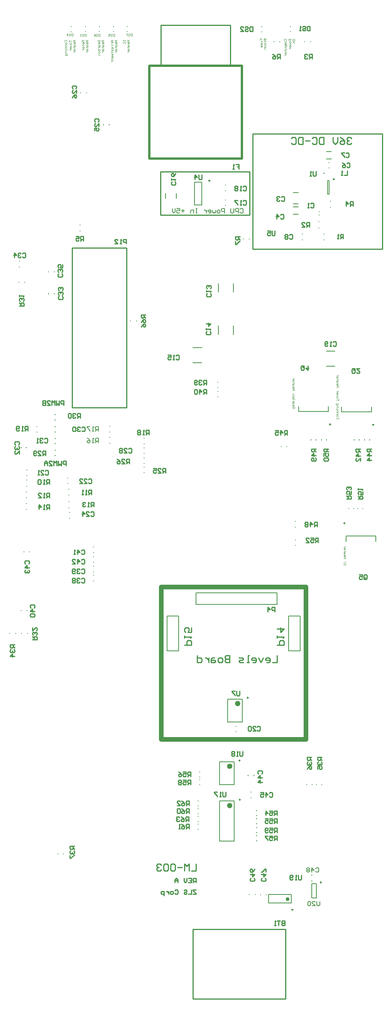
<source format=gbr>
G04 Layer_Color=32896*
%FSLAX26Y26*%
%MOIN*%
%TF.FileFunction,Legend,Bot*%
%TF.Part,Single*%
G01*
G75*
%TA.AperFunction,NonConductor*%
%ADD76C,0.009842*%
%ADD77C,0.015748*%
%ADD78C,0.023622*%
%ADD79C,0.003937*%
%ADD80C,0.007874*%
%ADD81C,0.039370*%
%ADD82C,0.010000*%
%ADD83C,0.020000*%
D76*
X2842107Y1098850D02*
G03*
X2842107Y1098850I-4921J0D01*
G01*
X2596410Y864173D02*
G03*
X2596410Y864173I-4921J0D01*
G01*
X2142472Y1812402D02*
G03*
X2142472Y1812402I-4921J0D01*
G01*
X2211370Y2691142D02*
G03*
X2211370Y2691142I-4921J0D01*
G01*
X2138535Y2149803D02*
G03*
X2138535Y2149803I-4921J0D01*
G01*
X1879677Y7147835D02*
G03*
X1879677Y7147835I-4921J0D01*
G01*
X2954480Y7160433D02*
G03*
X2954480Y7160433I-4921J0D01*
G01*
X2922591Y5047244D02*
G03*
X2922591Y5047244I-4921J0D01*
G01*
X3294197Y5044095D02*
G03*
X3294197Y5044095I-4921J0D01*
G01*
X3045729Y4195228D02*
G03*
X3045729Y4195228I-4921J0D01*
G01*
D77*
X2557827Y954724D02*
G03*
X2557827Y954724I-7874J0D01*
G01*
D78*
X2061764Y1761811D02*
G03*
X2061764Y1761811I-11811J0D01*
G01*
X2130662Y2640748D02*
G03*
X2130662Y2640748I-11811J0D01*
G01*
X2061764Y2100394D02*
G03*
X2061764Y2100394I-11811J0D01*
G01*
D79*
X2352119Y6582834D02*
G03*
X2352119Y6582834I-1968J0D01*
G01*
X3053883Y3836614D02*
X3053883Y3843174D01*
X3053883Y3839894D01*
X3034205Y3839894D01*
X3034205Y3836614D01*
X3034205Y3843174D01*
X3050604Y3866132D02*
X3053883Y3862852D01*
X3053883Y3856293D01*
X3050604Y3853013D01*
X3037485Y3853013D01*
X3034205Y3856293D01*
X3034205Y3862852D01*
X3037485Y3866132D01*
X3053883Y3892370D02*
X3034205Y3892370D01*
X3044044Y3892370D01*
X3044044Y3905489D01*
X3053883Y3905489D01*
X3034205Y3905489D01*
X3034205Y3921888D02*
X3034205Y3915329D01*
X3037485Y3912049D01*
X3044044Y3912049D01*
X3047324Y3915329D01*
X3047324Y3921888D01*
X3044044Y3925168D01*
X3040764Y3925168D01*
X3040764Y3912049D01*
X3047324Y3935007D02*
X3047324Y3941567D01*
X3044044Y3944847D01*
X3034205Y3944847D01*
X3034205Y3935007D01*
X3037485Y3931727D01*
X3040764Y3935007D01*
X3040764Y3944847D01*
X3050604Y3954686D02*
X3047324Y3954686D01*
X3047324Y3951406D01*
X3047324Y3957966D01*
X3047324Y3954686D01*
X3037485Y3954686D01*
X3034205Y3957966D01*
X3034205Y3977644D02*
X3034205Y3971085D01*
X3037485Y3967805D01*
X3044044Y3967805D01*
X3047324Y3971085D01*
X3047324Y3977644D01*
X3044044Y3980924D01*
X3040764Y3980924D01*
X3040764Y3967805D01*
X3047324Y3987484D02*
X3034205Y3987484D01*
X3040764Y3987484D01*
X3044044Y3990763D01*
X3047324Y3994043D01*
X3047324Y3997323D01*
X2523678Y8356354D02*
X2520399Y8359634D01*
X2520399Y8366193D01*
X2523678Y8369473D01*
X2536798Y8369473D01*
X2540077Y8366193D01*
X2540077Y8359634D01*
X2536798Y8356354D01*
X2540077Y8346515D02*
X2540077Y8339955D01*
X2536798Y8336675D01*
X2530238Y8336675D01*
X2526958Y8339955D01*
X2526958Y8346515D01*
X2530238Y8349794D01*
X2536798Y8349794D01*
X2540077Y8346515D01*
X2540077Y8330116D02*
X2526958Y8330116D01*
X2526958Y8326836D01*
X2530238Y8323556D01*
X2540077Y8323556D01*
X2530238Y8323556D01*
X2526958Y8320276D01*
X2530238Y8316997D01*
X2540077Y8316997D01*
X2546637Y8310437D02*
X2526958Y8310437D01*
X2526958Y8300598D01*
X2530238Y8297318D01*
X2536798Y8297318D01*
X2540077Y8300598D01*
X2540077Y8310437D01*
X2526958Y8290759D02*
X2536798Y8290759D01*
X2540077Y8287479D01*
X2540077Y8277639D01*
X2526958Y8277639D01*
X2523678Y8267800D02*
X2526958Y8267800D01*
X2526958Y8271080D01*
X2526958Y8264521D01*
X2526958Y8267800D01*
X2536798Y8267800D01*
X2540077Y8264521D01*
X2540077Y8244842D02*
X2540077Y8251401D01*
X2536798Y8254681D01*
X2530238Y8254681D01*
X2526958Y8251401D01*
X2526958Y8244842D01*
X2530238Y8241562D01*
X2533518Y8241562D01*
X2533518Y8254681D01*
X2526958Y8235003D02*
X2540077Y8235003D01*
X2533518Y8235003D01*
X2530238Y8231723D01*
X2526958Y8228443D01*
X2526958Y8225163D01*
X2579700Y8369473D02*
X2560021Y8369473D01*
X2560021Y8359634D01*
X2563301Y8356354D01*
X2569861Y8356354D01*
X2573140Y8359634D01*
X2573140Y8369473D01*
X2579700Y8346515D02*
X2579700Y8339955D01*
X2576420Y8336675D01*
X2569861Y8336675D01*
X2566581Y8339955D01*
X2566581Y8346515D01*
X2569861Y8349794D01*
X2576420Y8349794D01*
X2579700Y8346515D01*
X2566581Y8330116D02*
X2576420Y8330116D01*
X2579700Y8326836D01*
X2576420Y8323556D01*
X2579700Y8320276D01*
X2576420Y8316997D01*
X2566581Y8316997D01*
X2579700Y8300598D02*
X2579700Y8307157D01*
X2576420Y8310437D01*
X2569861Y8310437D01*
X2566581Y8307157D01*
X2566581Y8300598D01*
X2569861Y8297318D01*
X2573140Y8297318D01*
X2573140Y8310437D01*
X2566581Y8290759D02*
X2579700Y8290759D01*
X2573140Y8290759D01*
X2569861Y8287479D01*
X2566581Y8284199D01*
X2566581Y8280919D01*
X2593084Y8359634D02*
X2593084Y8366193D01*
X2596364Y8369473D01*
X2609483Y8369473D01*
X2612763Y8366193D01*
X2612763Y8359634D01*
X2609483Y8356354D01*
X2596364Y8356354D01*
X2593084Y8359634D01*
X2612763Y8349794D02*
X2599644Y8349794D01*
X2599644Y8339955D01*
X2602924Y8336675D01*
X2612763Y8336675D01*
X1043000Y8357063D02*
X1029881Y8357063D01*
X1023321Y8350504D01*
X1029881Y8343944D01*
X1043000Y8343944D01*
X1033161Y8343944D01*
X1033161Y8357063D01*
X1029881Y8337384D02*
X1043000Y8337384D01*
X1036440Y8337384D01*
X1033161Y8334105D01*
X1029881Y8330825D01*
X1029881Y8327545D01*
X1029881Y8317706D02*
X1043000Y8317706D01*
X1036440Y8317706D01*
X1033161Y8314426D01*
X1029881Y8311146D01*
X1029881Y8307867D01*
X1043000Y8288188D02*
X1043000Y8294747D01*
X1039720Y8298027D01*
X1033161Y8298027D01*
X1029881Y8294747D01*
X1029881Y8288188D01*
X1033161Y8284908D01*
X1036440Y8284908D01*
X1036440Y8298027D01*
X1043000Y8278349D02*
X1043000Y8268509D01*
X1039720Y8265229D01*
X1036440Y8268509D01*
X1036440Y8275069D01*
X1033161Y8278349D01*
X1029881Y8275069D01*
X1029881Y8265229D01*
X1026601Y8255390D02*
X1029881Y8255390D01*
X1029881Y8258670D01*
X1029881Y8252111D01*
X1029881Y8255390D01*
X1039720Y8255390D01*
X1043000Y8252111D01*
X1043000Y8242271D02*
X1029881Y8242271D01*
X1029881Y8238991D01*
X1033161Y8235712D01*
X1043000Y8235712D01*
X1033161Y8235712D01*
X1029881Y8232432D01*
X1033161Y8229152D01*
X1043000Y8229152D01*
X1043000Y8212753D02*
X1043000Y8219313D01*
X1039720Y8222593D01*
X1033161Y8222593D01*
X1029881Y8219313D01*
X1029881Y8212753D01*
X1033161Y8209473D01*
X1036440Y8209473D01*
X1036440Y8222593D01*
X1043000Y8202914D02*
X1029881Y8202914D01*
X1029881Y8193075D01*
X1033161Y8189795D01*
X1043000Y8189795D01*
X1026601Y8179956D02*
X1029881Y8179956D01*
X1029881Y8183235D01*
X1029881Y8176676D01*
X1029881Y8179956D01*
X1039720Y8179956D01*
X1043000Y8176676D01*
X1056384Y8357063D02*
X1076063Y8357063D01*
X1066224Y8357063D01*
X1066224Y8343944D01*
X1056384Y8343944D01*
X1076063Y8343944D01*
X1076063Y8327545D02*
X1076063Y8334105D01*
X1072783Y8337384D01*
X1066224Y8337384D01*
X1062944Y8334105D01*
X1062944Y8327545D01*
X1066224Y8324265D01*
X1069504Y8324265D01*
X1069504Y8337384D01*
X1062944Y8314426D02*
X1062944Y8307867D01*
X1066224Y8304587D01*
X1076063Y8304587D01*
X1076063Y8314426D01*
X1072783Y8317706D01*
X1069504Y8314426D01*
X1069504Y8304587D01*
X1059664Y8294747D02*
X1062944Y8294747D01*
X1062944Y8298027D01*
X1062944Y8291468D01*
X1062944Y8294747D01*
X1072783Y8294747D01*
X1076063Y8291468D01*
X1076063Y8271789D02*
X1076063Y8278349D01*
X1072783Y8281628D01*
X1066224Y8281628D01*
X1062944Y8278349D01*
X1062944Y8271789D01*
X1066224Y8268509D01*
X1069504Y8268509D01*
X1069504Y8281628D01*
X1062944Y8261950D02*
X1076063Y8261950D01*
X1069504Y8261950D01*
X1066224Y8258670D01*
X1062944Y8255390D01*
X1062944Y8252110D01*
X911601Y8343944D02*
X908321Y8347224D01*
X908321Y8353783D01*
X911601Y8357063D01*
X924720Y8357063D01*
X928000Y8353783D01*
X928000Y8347224D01*
X924720Y8343944D01*
X918161Y8343944D01*
X918161Y8350504D01*
X928000Y8327545D02*
X928000Y8334105D01*
X924720Y8337384D01*
X918161Y8337384D01*
X914881Y8334105D01*
X914881Y8327545D01*
X918161Y8324265D01*
X921440Y8324265D01*
X921440Y8337384D01*
X914881Y8314426D02*
X914881Y8307867D01*
X918161Y8304587D01*
X928000Y8304587D01*
X928000Y8314426D01*
X924720Y8317706D01*
X921440Y8314426D01*
X921440Y8304587D01*
X914881Y8298027D02*
X928000Y8298027D01*
X921440Y8298027D01*
X918161Y8294747D01*
X914881Y8291468D01*
X914881Y8288188D01*
X908321Y8278349D02*
X928000Y8278349D01*
X928000Y8268509D01*
X924720Y8265229D01*
X921440Y8265229D01*
X918161Y8265229D01*
X914881Y8268509D01*
X914881Y8278349D01*
X928000Y8255390D02*
X928000Y8248831D01*
X924720Y8245551D01*
X918161Y8245551D01*
X914881Y8248831D01*
X914881Y8255390D01*
X918161Y8258670D01*
X924720Y8258670D01*
X928000Y8255390D01*
X914881Y8238991D02*
X928000Y8225872D01*
X921440Y8232432D01*
X914881Y8225872D01*
X928000Y8238991D01*
X941384Y8357063D02*
X961063Y8357063D01*
X951224Y8357063D01*
X951224Y8343944D01*
X941384Y8343944D01*
X961063Y8343944D01*
X961063Y8327545D02*
X961063Y8334105D01*
X957783Y8337384D01*
X951224Y8337384D01*
X947944Y8334105D01*
X947944Y8327545D01*
X951224Y8324265D01*
X954504Y8324265D01*
X954504Y8337384D01*
X947944Y8314426D02*
X947944Y8307867D01*
X951224Y8304587D01*
X961063Y8304587D01*
X961063Y8314426D01*
X957783Y8317706D01*
X954504Y8314426D01*
X954504Y8304587D01*
X944664Y8294747D02*
X947944Y8294747D01*
X947944Y8298027D01*
X947944Y8291468D01*
X947944Y8294747D01*
X957783Y8294747D01*
X961063Y8291468D01*
X961063Y8271789D02*
X961063Y8278349D01*
X957783Y8281628D01*
X951224Y8281628D01*
X947944Y8278349D01*
X947944Y8271789D01*
X951224Y8268509D01*
X954504Y8268509D01*
X954504Y8281628D01*
X947944Y8261950D02*
X961063Y8261950D01*
X954504Y8261950D01*
X951224Y8258670D01*
X947944Y8255390D01*
X947944Y8252110D01*
X2607690Y5198158D02*
X2610970Y5194879D01*
X2610970Y5188319D01*
X2607690Y5185039D01*
X2594571Y5185039D01*
X2591291Y5188319D01*
X2591291Y5194879D01*
X2594571Y5198158D01*
X2601131Y5198158D01*
X2601131Y5191599D01*
X2591291Y5214557D02*
X2591291Y5207998D01*
X2594571Y5204718D01*
X2601131Y5204718D01*
X2604410Y5207998D01*
X2604410Y5214557D01*
X2601131Y5217837D01*
X2597851Y5217837D01*
X2597851Y5204718D01*
X2604410Y5227676D02*
X2604410Y5234236D01*
X2601131Y5237516D01*
X2591291Y5237516D01*
X2591291Y5227676D01*
X2594571Y5224397D01*
X2597851Y5227676D01*
X2597851Y5237516D01*
X2604410Y5244075D02*
X2591291Y5244075D01*
X2597851Y5244075D01*
X2601131Y5247355D01*
X2604410Y5250635D01*
X2604410Y5253914D01*
X2610970Y5263754D02*
X2591291Y5263754D01*
X2591291Y5273593D01*
X2594571Y5276873D01*
X2597851Y5276873D01*
X2601131Y5276873D01*
X2604410Y5273593D01*
X2604410Y5263754D01*
X2591291Y5286712D02*
X2591291Y5293272D01*
X2594571Y5296551D01*
X2601131Y5296551D01*
X2604410Y5293272D01*
X2604410Y5286712D01*
X2601131Y5283432D01*
X2594571Y5283432D01*
X2591291Y5286712D01*
X2604410Y5303111D02*
X2591291Y5316230D01*
X2597851Y5309671D01*
X2604410Y5316230D01*
X2591291Y5303111D01*
X2610970Y5342468D02*
X2591291Y5342468D01*
X2601131Y5342468D01*
X2601131Y5355587D01*
X2610970Y5355587D01*
X2591291Y5355587D01*
X2591291Y5371986D02*
X2591291Y5365427D01*
X2594571Y5362147D01*
X2601131Y5362147D01*
X2604410Y5365427D01*
X2604410Y5371986D01*
X2601131Y5375266D01*
X2597851Y5375266D01*
X2597851Y5362147D01*
X2604410Y5385105D02*
X2604410Y5391665D01*
X2601131Y5394944D01*
X2591291Y5394944D01*
X2591291Y5385105D01*
X2594571Y5381825D01*
X2597851Y5385105D01*
X2597851Y5394944D01*
X2607690Y5404784D02*
X2604410Y5404784D01*
X2604410Y5401504D01*
X2604410Y5408064D01*
X2604410Y5404784D01*
X2594571Y5404784D01*
X2591291Y5408064D01*
X2591291Y5427742D02*
X2591291Y5421183D01*
X2594571Y5417903D01*
X2601131Y5417903D01*
X2604410Y5421183D01*
X2604410Y5427742D01*
X2601131Y5431022D01*
X2597851Y5431022D01*
X2597851Y5417903D01*
X2604410Y5437582D02*
X2591291Y5437582D01*
X2597851Y5437582D01*
X2601131Y5440861D01*
X2604410Y5444141D01*
X2604410Y5447421D01*
X2988265Y5109576D02*
X2991545Y5106296D01*
X2991545Y5099736D01*
X2988265Y5096457D01*
X2975146Y5096457D01*
X2971867Y5099736D01*
X2971867Y5106296D01*
X2975146Y5109576D01*
X2971867Y5119415D02*
X2971867Y5125975D01*
X2975146Y5129254D01*
X2981706Y5129254D01*
X2984986Y5125975D01*
X2984986Y5119415D01*
X2981706Y5116135D01*
X2975146Y5116135D01*
X2971867Y5119415D01*
X2971867Y5135814D02*
X2984986Y5135814D01*
X2984986Y5145653D01*
X2981706Y5148933D01*
X2971867Y5148933D01*
X2971867Y5155493D02*
X2984986Y5155493D01*
X2984986Y5165332D01*
X2981706Y5168612D01*
X2971867Y5168612D01*
X2971867Y5175171D02*
X2971867Y5181731D01*
X2971867Y5178451D01*
X2984986Y5178451D01*
X2984986Y5175171D01*
X2971867Y5191570D02*
X2984986Y5191570D01*
X2984986Y5201409D01*
X2981706Y5204689D01*
X2971867Y5204689D01*
X2965307Y5217808D02*
X2965307Y5221088D01*
X2968587Y5224368D01*
X2984986Y5224368D01*
X2984986Y5214528D01*
X2981706Y5211249D01*
X2975146Y5211249D01*
X2971867Y5214528D01*
X2971867Y5224368D01*
X2991545Y5250606D02*
X2991545Y5263725D01*
X2991545Y5257165D01*
X2971867Y5257165D01*
X2971867Y5273564D02*
X2971867Y5280124D01*
X2975146Y5283404D01*
X2981706Y5283404D01*
X2984986Y5280124D01*
X2984986Y5273564D01*
X2981706Y5270284D01*
X2975146Y5270284D01*
X2971867Y5273564D01*
X2984986Y5289963D02*
X2975146Y5289963D01*
X2971867Y5293243D01*
X2975146Y5296523D01*
X2971867Y5299802D01*
X2975146Y5303082D01*
X2984986Y5303082D01*
X2971867Y5319481D02*
X2971867Y5312921D01*
X2975146Y5309642D01*
X2981706Y5309642D01*
X2984986Y5312921D01*
X2984986Y5319481D01*
X2981706Y5322761D01*
X2978426Y5322761D01*
X2978426Y5309642D01*
X2984986Y5329320D02*
X2971867Y5329320D01*
X2978426Y5329320D01*
X2981706Y5332600D01*
X2984986Y5335880D01*
X2984986Y5339159D01*
X2991545Y5368677D02*
X2971867Y5368677D01*
X2981706Y5368677D01*
X2981706Y5381797D01*
X2991545Y5381797D01*
X2971867Y5381797D01*
X2971867Y5398195D02*
X2971867Y5391636D01*
X2975146Y5388356D01*
X2981706Y5388356D01*
X2984986Y5391636D01*
X2984986Y5398195D01*
X2981706Y5401475D01*
X2978426Y5401475D01*
X2978426Y5388356D01*
X2984986Y5411314D02*
X2984986Y5417874D01*
X2981706Y5421154D01*
X2971867Y5421154D01*
X2971867Y5411314D01*
X2975146Y5408035D01*
X2978426Y5411314D01*
X2978426Y5421154D01*
X2988265Y5430993D02*
X2984986Y5430993D01*
X2984986Y5427713D01*
X2984986Y5434273D01*
X2984986Y5430993D01*
X2975146Y5430993D01*
X2971867Y5434273D01*
X2971867Y5453951D02*
X2971867Y5447392D01*
X2975146Y5444112D01*
X2981706Y5444112D01*
X2984986Y5447392D01*
X2984986Y5453951D01*
X2981706Y5457231D01*
X2978426Y5457231D01*
X2978426Y5444112D01*
X2984986Y5463791D02*
X2971867Y5463791D01*
X2978426Y5463791D01*
X2981706Y5467070D01*
X2984986Y5470350D01*
X2984986Y5473630D01*
X2311021Y8357354D02*
X2311021Y8370473D01*
X2320861Y8370473D01*
X2320861Y8363914D01*
X2320861Y8370473D01*
X2330700Y8370473D01*
X2317581Y8350794D02*
X2327420Y8350794D01*
X2330700Y8347515D01*
X2330700Y8337675D01*
X2317581Y8337675D01*
X2330700Y8331116D02*
X2330700Y8321276D01*
X2327420Y8317997D01*
X2324140Y8321276D01*
X2324140Y8327836D01*
X2320861Y8331116D01*
X2317581Y8327836D01*
X2317581Y8317997D01*
X2330700Y8301598D02*
X2330700Y8308157D01*
X2327420Y8311437D01*
X2320861Y8311437D01*
X2317581Y8308157D01*
X2317581Y8301598D01*
X2320861Y8298318D01*
X2324140Y8298318D01*
X2324140Y8311437D01*
X2344084Y8370473D02*
X2363763Y8370473D01*
X2363763Y8360634D01*
X2360483Y8357354D01*
X2357204Y8357354D01*
X2353924Y8360634D01*
X2353924Y8370473D01*
X2353924Y8360634D01*
X2350644Y8357354D01*
X2347364Y8357354D01*
X2344084Y8360634D01*
X2344084Y8370473D01*
X2363763Y8350794D02*
X2363763Y8344235D01*
X2363763Y8347515D01*
X2344084Y8347515D01*
X2344084Y8350794D01*
X2363763Y8331116D02*
X2363763Y8324556D01*
X2360483Y8321276D01*
X2353924Y8321276D01*
X2350644Y8324556D01*
X2350644Y8331116D01*
X2353924Y8334396D01*
X2360483Y8334396D01*
X2363763Y8331116D01*
X2350644Y8314717D02*
X2360483Y8314717D01*
X2363763Y8311437D01*
X2360483Y8308157D01*
X2363763Y8304878D01*
X2360483Y8301598D01*
X2350644Y8301598D01*
X2363763Y8295038D02*
X2350644Y8295038D01*
X2350644Y8285199D01*
X2353924Y8281919D01*
X2363763Y8281919D01*
X1128321Y8357063D02*
X1128321Y8350504D01*
X1128321Y8353783D01*
X1148000Y8353783D01*
X1148000Y8357063D01*
X1148000Y8350504D01*
X1131601Y8327545D02*
X1128321Y8330825D01*
X1128321Y8337384D01*
X1131601Y8340664D01*
X1144720Y8340664D01*
X1148000Y8337384D01*
X1148000Y8330825D01*
X1144720Y8327545D01*
X1161384Y8357063D02*
X1181063Y8357063D01*
X1171224Y8357063D01*
X1171224Y8343944D01*
X1161384Y8343944D01*
X1181063Y8343944D01*
X1181063Y8327545D02*
X1181063Y8334105D01*
X1177783Y8337384D01*
X1171224Y8337384D01*
X1167944Y8334105D01*
X1167944Y8327545D01*
X1171224Y8324265D01*
X1174504Y8324265D01*
X1174504Y8337384D01*
X1167944Y8314426D02*
X1167944Y8307867D01*
X1171224Y8304587D01*
X1181063Y8304587D01*
X1181063Y8314426D01*
X1177783Y8317706D01*
X1174504Y8314426D01*
X1174504Y8304587D01*
X1164664Y8294747D02*
X1167944Y8294747D01*
X1167944Y8298027D01*
X1167944Y8291468D01*
X1167944Y8294747D01*
X1177783Y8294747D01*
X1181063Y8291468D01*
X1181063Y8271789D02*
X1181063Y8278349D01*
X1177783Y8281628D01*
X1171224Y8281628D01*
X1167944Y8278349D01*
X1167944Y8271789D01*
X1171224Y8268509D01*
X1174504Y8268509D01*
X1174504Y8281628D01*
X1167944Y8261950D02*
X1181063Y8261950D01*
X1174504Y8261950D01*
X1171224Y8258670D01*
X1167944Y8255390D01*
X1167944Y8252110D01*
X626978Y8343944D02*
X623699Y8347224D01*
X623699Y8353783D01*
X626978Y8357063D01*
X640097Y8357063D01*
X643377Y8353783D01*
X643377Y8347224D01*
X640097Y8343944D01*
X643377Y8334105D02*
X643377Y8327545D01*
X640097Y8324265D01*
X633538Y8324265D01*
X630258Y8327545D01*
X630258Y8334105D01*
X633538Y8337384D01*
X640097Y8337384D01*
X643377Y8334105D01*
X643377Y8317706D02*
X630258Y8317706D01*
X630258Y8307867D01*
X633538Y8304587D01*
X643377Y8304587D01*
X643377Y8298027D02*
X630258Y8298027D01*
X630258Y8288188D01*
X633538Y8284908D01*
X643377Y8284908D01*
X643377Y8278349D02*
X643377Y8271789D01*
X643377Y8275069D01*
X630258Y8275069D01*
X630258Y8278349D01*
X643377Y8261950D02*
X630258Y8261950D01*
X630258Y8252110D01*
X633538Y8248831D01*
X643377Y8248831D01*
X649937Y8235712D02*
X649937Y8232432D01*
X646657Y8229152D01*
X630258Y8229152D01*
X630258Y8238991D01*
X633538Y8242271D01*
X640097Y8242271D01*
X643377Y8238991D01*
X643377Y8229152D01*
X663321Y8357063D02*
X663321Y8343944D01*
X663321Y8350504D01*
X683000Y8350504D01*
X683000Y8334105D02*
X683000Y8327545D01*
X679720Y8324265D01*
X673161Y8324265D01*
X669881Y8327545D01*
X669881Y8334105D01*
X673161Y8337384D01*
X679720Y8337384D01*
X683000Y8334105D01*
X669881Y8317706D02*
X679720Y8317706D01*
X683000Y8314426D01*
X679720Y8311146D01*
X683000Y8307867D01*
X679720Y8304587D01*
X669881Y8304587D01*
X683000Y8288188D02*
X683000Y8294747D01*
X679720Y8298027D01*
X673161Y8298027D01*
X669881Y8294747D01*
X669881Y8288188D01*
X673161Y8284908D01*
X676440Y8284908D01*
X676440Y8298027D01*
X669881Y8278349D02*
X683000Y8278349D01*
X676440Y8278349D01*
X673161Y8275069D01*
X669881Y8271789D01*
X669881Y8268509D01*
X696384Y8357063D02*
X716063Y8357063D01*
X706224Y8357063D01*
X706224Y8343944D01*
X696384Y8343944D01*
X716063Y8343944D01*
X716063Y8327545D02*
X716063Y8334105D01*
X712783Y8337384D01*
X706224Y8337384D01*
X702944Y8334105D01*
X702944Y8327545D01*
X706224Y8324265D01*
X709504Y8324265D01*
X709504Y8337384D01*
X702944Y8314426D02*
X702944Y8307867D01*
X706224Y8304587D01*
X716063Y8304587D01*
X716063Y8314426D01*
X712783Y8317706D01*
X709504Y8314426D01*
X709504Y8304587D01*
X699664Y8294747D02*
X702944Y8294747D01*
X702944Y8298027D01*
X702944Y8291468D01*
X702944Y8294747D01*
X712783Y8294747D01*
X716063Y8291468D01*
X716063Y8271789D02*
X716063Y8278349D01*
X712783Y8281628D01*
X706224Y8281628D01*
X702944Y8278349D01*
X702944Y8271789D01*
X706224Y8268509D01*
X709504Y8268509D01*
X709504Y8281628D01*
X702944Y8261950D02*
X716063Y8261950D01*
X709504Y8261950D01*
X706224Y8258670D01*
X702944Y8255390D01*
X702944Y8252110D01*
X793000Y8357063D02*
X773321Y8357063D01*
X779881Y8350504D01*
X773321Y8343944D01*
X793000Y8343944D01*
X793000Y8327545D02*
X793000Y8334105D01*
X789720Y8337384D01*
X783161Y8337384D01*
X779881Y8334105D01*
X779881Y8327545D01*
X783161Y8324265D01*
X786440Y8324265D01*
X786440Y8337384D01*
X776601Y8314426D02*
X779881Y8314426D01*
X779881Y8317706D01*
X779881Y8311146D01*
X779881Y8314426D01*
X789720Y8314426D01*
X793000Y8311146D01*
X793000Y8291468D02*
X793000Y8298027D01*
X789720Y8301307D01*
X783161Y8301307D01*
X779881Y8298027D01*
X779881Y8291468D01*
X783161Y8288188D01*
X786440Y8288188D01*
X786440Y8301307D01*
X779881Y8281628D02*
X793000Y8281628D01*
X786440Y8281628D01*
X783161Y8278349D01*
X779881Y8275069D01*
X779881Y8271789D01*
X806384Y8357063D02*
X826063Y8357063D01*
X816224Y8357063D01*
X816224Y8343944D01*
X806384Y8343944D01*
X826063Y8343944D01*
X826063Y8327545D02*
X826063Y8334105D01*
X822783Y8337384D01*
X816224Y8337384D01*
X812944Y8334105D01*
X812944Y8327545D01*
X816224Y8324265D01*
X819504Y8324265D01*
X819504Y8337384D01*
X812944Y8314426D02*
X812944Y8307867D01*
X816224Y8304587D01*
X826063Y8304587D01*
X826063Y8314426D01*
X822783Y8317706D01*
X819504Y8314426D01*
X819504Y8304587D01*
X809664Y8294747D02*
X812944Y8294747D01*
X812944Y8298027D01*
X812944Y8291468D01*
X812944Y8294747D01*
X822783Y8294747D01*
X826063Y8291468D01*
X826063Y8271789D02*
X826063Y8278349D01*
X822783Y8281628D01*
X816224Y8281628D01*
X812944Y8278349D01*
X812944Y8271789D01*
X816224Y8268509D01*
X819504Y8268509D01*
X819504Y8281628D01*
X812944Y8261950D02*
X826063Y8261950D01*
X819504Y8261950D01*
X816224Y8258670D01*
X812944Y8255390D01*
X812944Y8252110D01*
X1210000Y8415679D02*
X1210000Y8396000D01*
X1200161Y8396000D01*
X1196881Y8399280D01*
X1196881Y8412399D01*
X1200161Y8415679D01*
X1210000Y8415679D01*
X1177202Y8412399D02*
X1180482Y8415679D01*
X1187042Y8415679D01*
X1190321Y8412399D01*
X1190321Y8409119D01*
X1187042Y8405839D01*
X1180482Y8405839D01*
X1177202Y8402559D01*
X1177202Y8399280D01*
X1180482Y8396000D01*
X1187042Y8396000D01*
X1190321Y8399280D01*
X1170643Y8415679D02*
X1157524Y8415679D01*
X1157524Y8412399D01*
X1170643Y8399280D01*
X1170643Y8396000D01*
X1055000Y8410679D02*
X1055000Y8391000D01*
X1045161Y8391000D01*
X1041881Y8394280D01*
X1041881Y8407399D01*
X1045161Y8410679D01*
X1055000Y8410679D01*
X1022202Y8407399D02*
X1025482Y8410679D01*
X1032042Y8410679D01*
X1035321Y8407399D01*
X1035321Y8404119D01*
X1032042Y8400839D01*
X1025482Y8400839D01*
X1022202Y8397559D01*
X1022202Y8394280D01*
X1025482Y8391000D01*
X1032042Y8391000D01*
X1035321Y8394280D01*
X1002524Y8410679D02*
X1015643Y8410679D01*
X1015643Y8400839D01*
X1009083Y8404119D01*
X1005803Y8404119D01*
X1002524Y8400839D01*
X1002524Y8394280D01*
X1005803Y8391000D01*
X1012363Y8391000D01*
X1015643Y8394280D01*
X930000Y8410679D02*
X930000Y8391000D01*
X920161Y8391000D01*
X916881Y8394280D01*
X916881Y8407399D01*
X920161Y8410679D01*
X930000Y8410679D01*
X897202Y8407399D02*
X900482Y8410679D01*
X907042Y8410679D01*
X910321Y8407399D01*
X910321Y8404119D01*
X907042Y8400839D01*
X900482Y8400839D01*
X897202Y8397559D01*
X897202Y8394280D01*
X900482Y8391000D01*
X907042Y8391000D01*
X910321Y8394280D01*
X877524Y8410679D02*
X884083Y8407399D01*
X890643Y8400839D01*
X890643Y8394280D01*
X887363Y8391000D01*
X880803Y8391000D01*
X877524Y8394280D01*
X877524Y8397559D01*
X880803Y8400839D01*
X890643Y8400839D01*
X695000Y8415679D02*
X695000Y8396000D01*
X685161Y8396000D01*
X681881Y8399280D01*
X681881Y8412399D01*
X685161Y8415679D01*
X695000Y8415679D01*
X662202Y8412399D02*
X665482Y8415679D01*
X672042Y8415679D01*
X675321Y8412399D01*
X675321Y8409119D01*
X672042Y8405839D01*
X665482Y8405839D01*
X662202Y8402559D01*
X662202Y8399280D01*
X665482Y8396000D01*
X672042Y8396000D01*
X675321Y8399280D01*
X645803Y8396000D02*
X645803Y8415679D01*
X655643Y8405839D01*
X642524Y8405839D01*
X810000Y8410679D02*
X810000Y8391000D01*
X800161Y8391000D01*
X796881Y8394280D01*
X796881Y8407399D01*
X800161Y8410679D01*
X810000Y8410679D01*
X777202Y8407399D02*
X780482Y8410679D01*
X787042Y8410679D01*
X790321Y8407399D01*
X790321Y8404119D01*
X787042Y8400839D01*
X780482Y8400839D01*
X777202Y8397559D01*
X777202Y8394280D01*
X780482Y8391000D01*
X787042Y8391000D01*
X790321Y8394280D01*
X770643Y8407399D02*
X767363Y8410679D01*
X760803Y8410679D01*
X757524Y8407399D01*
X757524Y8404119D01*
X760803Y8400839D01*
X764083Y8400839D01*
X760803Y8400839D01*
X757524Y8397559D01*
X757524Y8394280D01*
X760803Y8391000D01*
X767363Y8391000D01*
X770643Y8394280D01*
D80*
X2757146Y1161606D02*
X2761084Y1161606D01*
X2757146Y1112394D02*
X2761084Y1112394D01*
X2759430Y965976D02*
X2759430Y1088024D01*
X2798800Y965976D02*
X2798800Y1088024D01*
X2759430Y965976D02*
X2798800Y965976D01*
X2759430Y1088024D02*
X2798800Y1088024D01*
X1759700Y3596410D02*
X2459700Y3596410D01*
X2459700Y3496410D02*
X2459700Y3596410D01*
X1759700Y3496410D02*
X2459700Y3496410D01*
X1759700Y3496410D02*
X1759700Y3596410D01*
X613324Y1344440D02*
X613324Y1348378D01*
X566080Y1344440D02*
X566080Y1348378D01*
X1609700Y3096410D02*
X1609700Y3396410D01*
X1509700Y3096410D02*
X1609700Y3096410D01*
X1509700Y3096410D02*
X1509700Y3396410D01*
X1609700Y3396410D01*
X2659700Y3096410D02*
X2659700Y3396410D01*
X2559700Y3096410D02*
X2659700Y3096410D01*
X2559700Y3096410D02*
X2559700Y3396410D01*
X2659700Y3396410D01*
X1307828Y4927166D02*
X1311766Y4927166D01*
X1307828Y4879922D02*
X1311766Y4879922D01*
X2715306Y1940946D02*
X2715306Y1944882D01*
X2762550Y1940946D02*
X2762550Y1944882D01*
X2847196Y1940946D02*
X2847196Y1944884D01*
X2799952Y1940946D02*
X2799952Y1944884D01*
X2384598Y923230D02*
X2384598Y994096D01*
X2581448Y923230D02*
X2581448Y994096D01*
X2384598Y994096D02*
X2581448Y994096D01*
X2384598Y923230D02*
X2581448Y923230D01*
X2089322Y1455708D02*
X2089322Y1800196D01*
X1963338Y1455708D02*
X1963338Y1800196D01*
X2089322Y1800196D01*
X1963338Y1455708D02*
X2089322Y1455708D01*
X1244834Y5937008D02*
X1244834Y5940944D01*
X1193652Y5937008D02*
X1193652Y5940944D01*
X2918062Y6970472D02*
X2922000Y6970472D01*
X2918062Y6919290D02*
X2922000Y6919290D01*
X2819402Y6743408D02*
X2823340Y6743408D01*
X2819402Y6794590D02*
X2823340Y6794590D01*
X2862402Y6689592D02*
X2866338Y6689592D01*
X2862402Y6638410D02*
X2866338Y6638410D01*
X761564Y7905512D02*
X761564Y7909450D01*
X810778Y7905512D02*
X810778Y7909450D01*
X2614916Y4005906D02*
X2618852Y4005906D01*
X2614916Y4053150D02*
X2618852Y4053150D01*
X2614910Y4210630D02*
X2618846Y4210630D01*
X2614910Y4163386D02*
X2618846Y4163386D01*
X2494836Y4854330D02*
X2494836Y4858266D01*
X2542080Y4854330D02*
X2542080Y4858266D01*
X1945622Y5411416D02*
X1949560Y5411416D01*
X1945622Y5364172D02*
X1949560Y5364172D01*
X1945622Y5285434D02*
X1949558Y5285434D01*
X1945622Y5332678D02*
X1949558Y5332678D01*
X2365898Y992128D02*
X2365898Y996064D01*
X2316686Y992128D02*
X2316686Y996064D01*
X2273378Y996062D02*
X2273378Y1000000D01*
X2220230Y996062D02*
X2220230Y1000000D01*
X201528Y3244092D02*
X201528Y3248030D01*
X150348Y3244092D02*
X150348Y3248030D01*
X2430858Y8343898D02*
X2430858Y8347834D01*
X2482040Y8343898D02*
X2482040Y8347834D01*
X2103402Y2446606D02*
X2107340Y2446606D01*
X2103402Y2397392D02*
X2107340Y2397392D01*
X2032234Y2483268D02*
X2158218Y2483268D01*
X2032234Y2680118D02*
X2158218Y2680118D01*
X2032234Y2483268D02*
X2032234Y2680118D01*
X2158218Y2483268D02*
X2158218Y2680118D01*
X2231054Y1878936D02*
X2234992Y1878936D01*
X2231054Y1829724D02*
X2234992Y1829724D01*
X2257630Y2019686D02*
X2257630Y2023624D01*
X2208418Y2019686D02*
X2208418Y2023624D01*
X1788140Y2009842D02*
X1792078Y2009842D01*
X1788140Y2053150D02*
X1792078Y2053150D01*
X1788142Y1984252D02*
X1792080Y1984252D01*
X1788142Y1940944D02*
X1792080Y1940944D01*
X1776332Y1803152D02*
X1780270Y1803152D01*
X1776332Y1759844D02*
X1780270Y1759844D01*
X1776330Y1692914D02*
X1780268Y1692914D01*
X1776330Y1736222D02*
X1780268Y1736222D01*
X1776330Y1669294D02*
X1780268Y1669294D01*
X1776330Y1625986D02*
X1780268Y1625986D01*
X1776330Y1559054D02*
X1780268Y1559054D01*
X1776330Y1602362D02*
X1780268Y1602362D01*
X2280268Y1718502D02*
X2284206Y1718502D01*
X2280268Y1675194D02*
X2284206Y1675194D01*
X2280266Y1527558D02*
X2284204Y1527558D01*
X2280266Y1570866D02*
X2284204Y1570866D01*
X2280268Y1501970D02*
X2284206Y1501970D01*
X2280268Y1458662D02*
X2284206Y1458662D01*
X2280266Y1606298D02*
X2284204Y1606298D01*
X2280266Y1649606D02*
X2284204Y1649606D01*
X1963338Y1942914D02*
X2089322Y1942914D01*
X1963338Y2139764D02*
X2089322Y2139764D01*
X1963338Y1942914D02*
X1963338Y2139764D01*
X2089322Y1942914D02*
X2089322Y2139764D01*
X958416Y7629920D02*
X958416Y7633856D01*
X1007628Y7629920D02*
X1007628Y7633856D01*
X233024Y6455118D02*
X236960Y6455118D01*
X233024Y6405904D02*
X236960Y6405904D01*
X229088Y6271062D02*
X229088Y6275000D01*
X280268Y6271062D02*
X280268Y6275000D01*
X296016Y4515750D02*
X299952Y4515750D01*
X296016Y4566930D02*
X299952Y4566930D01*
X1733026Y5578740D02*
X1807828Y5578740D01*
X1733026Y5708662D02*
X1807828Y5708662D01*
X1746804Y6938976D02*
X1809796Y6938976D01*
X1746804Y7135828D02*
X1809796Y7135828D01*
X1746804Y6938976D02*
X1746804Y7135828D01*
X1809796Y6938976D02*
X1809796Y7135828D01*
X2012552Y7111220D02*
X2016488Y7111220D01*
X2012552Y7062008D02*
X2016488Y7062008D01*
X2012552Y6983268D02*
X2016488Y6983268D01*
X2012552Y6934056D02*
X2016488Y6934056D01*
X1494836Y6996064D02*
X1494836Y7039370D01*
X1589324Y6996064D02*
X1589324Y7039370D01*
X2572592Y8479676D02*
X2576528Y8479676D01*
X2572592Y8434402D02*
X2576528Y8434402D01*
X2821604Y6881888D02*
X2825540Y6881888D01*
X2821604Y6850392D02*
X2825540Y6850392D01*
X2906256Y7306102D02*
X2910192Y7306102D01*
X2906256Y7256888D02*
X2910192Y7256888D01*
X2885718Y7399494D02*
X2929026Y7399494D01*
X2885718Y7336502D02*
X2929026Y7336502D01*
X2676402Y6639396D02*
X2680338Y6639396D01*
X2676402Y6688608D02*
X2680338Y6688608D01*
X2865066Y7208094D02*
X2865066Y7219906D01*
X3126722Y4913384D02*
X3126722Y4917322D01*
X3170030Y4913384D02*
X3170030Y4917322D01*
X3258614Y4913386D02*
X3258614Y4917324D01*
X3215308Y4913386D02*
X3215308Y4917324D01*
X2752708Y4913386D02*
X2752708Y4917324D01*
X2796016Y4913386D02*
X2796016Y4917324D01*
X2884596Y4913386D02*
X2884596Y4917324D01*
X2841290Y4913386D02*
X2841290Y4917324D01*
X2747788Y8343896D02*
X2747788Y8347832D01*
X2696606Y8343896D02*
X2696606Y8347832D01*
X3156252Y4322834D02*
X3156252Y4326772D01*
X3199558Y4322834D02*
X3199558Y4326772D01*
X3077512Y4322834D02*
X3077512Y4326772D01*
X3120820Y4322834D02*
X3120820Y4326772D01*
X2896412Y7147636D02*
X2908222Y7147636D01*
X2896412Y7033462D02*
X2908222Y7033462D01*
X2908222Y7147636D01*
X2896412Y7033462D02*
X2896412Y7147636D01*
X249756Y3440944D02*
X249756Y3444882D01*
X298968Y3440944D02*
X298968Y3444882D01*
X273380Y3948818D02*
X273380Y3952756D01*
X322592Y3948818D02*
X322592Y3952756D01*
X252710Y3244096D02*
X252710Y3248032D01*
X303890Y3244096D02*
X303890Y3248032D01*
X2884598Y5549212D02*
X2959400Y5549212D01*
X2884598Y5679134D02*
X2959400Y5679134D01*
X2081448Y5822834D02*
X2081448Y5897638D01*
X1951528Y5822834D02*
X1951528Y5897638D01*
X1951526Y6187008D02*
X1951526Y6261810D01*
X2081448Y6187008D02*
X2081448Y6261810D01*
X2169048Y6643702D02*
X2169048Y6647638D01*
X2220228Y6643702D02*
X2220228Y6647638D01*
X2903102Y5157480D02*
X2903102Y5202638D01*
X2645622Y5157480D02*
X2903102Y5157480D01*
X2645622Y5157480D02*
X2645622Y5202638D01*
X3274708Y5154330D02*
X3274708Y5199488D01*
X3017228Y5154330D02*
X3274708Y5154330D01*
X3017228Y5154330D02*
X3017228Y5199488D01*
X3055374Y4039835D02*
X3055374Y4084993D01*
X3312854Y4084993D01*
X3312854Y4039835D02*
X3312854Y4084993D01*
X678032Y8478638D02*
X681968Y8478638D01*
X678032Y8433364D02*
X681968Y8433364D01*
X1163360Y8479678D02*
X1167298Y8479678D01*
X1163360Y8434404D02*
X1167298Y8434404D01*
X922732Y8479048D02*
X926670Y8479048D01*
X922732Y8433774D02*
X926670Y8433774D01*
X1046608Y8479676D02*
X1050546Y8479676D01*
X1046608Y8434402D02*
X1050546Y8434402D01*
X802730Y8479048D02*
X806668Y8479048D01*
X802730Y8433774D02*
X806668Y8433774D01*
X2326528Y8476772D02*
X2330466Y8476772D01*
X2326528Y8431498D02*
X2330466Y8431498D01*
X657630Y4437602D02*
X661566Y4437602D01*
X657630Y4488782D02*
X661566Y4488782D01*
X647788Y4586224D02*
X651726Y4586224D01*
X647788Y4537010D02*
X651726Y4537010D01*
X657628Y4329336D02*
X661566Y4329336D01*
X657628Y4380516D02*
X661566Y4380516D01*
X665504Y4287012D02*
X669442Y4287012D01*
X665504Y4237800D02*
X669442Y4237800D01*
X2599166Y6921258D02*
X2642474Y6921258D01*
X2599166Y6858266D02*
X2642474Y6858266D01*
X2599716Y7046212D02*
X2643024Y7046212D01*
X2599716Y6947786D02*
X2643024Y6947786D01*
X1012552Y5033466D02*
X1016488Y5033466D01*
X1012552Y4982284D02*
X1016488Y4982284D01*
X1012552Y4935040D02*
X1016488Y4935040D01*
X1012552Y4883858D02*
X1016488Y4883858D01*
X291092Y4365746D02*
X295028Y4365746D01*
X291092Y4314566D02*
X295028Y4314566D01*
X291094Y4414568D02*
X295030Y4414568D01*
X291094Y4465748D02*
X295030Y4465748D01*
X1307828Y4845474D02*
X1311766Y4845474D01*
X1307828Y4796260D02*
X1311766Y4796260D01*
X1307828Y4710632D02*
X1311764Y4710632D01*
X1307828Y4757876D02*
X1311764Y4757876D01*
X1307828Y4679134D02*
X1311764Y4679134D01*
X1307828Y4631890D02*
X1311764Y4631890D01*
X540112Y5131892D02*
X544048Y5131892D01*
X540112Y5084648D02*
X544048Y5084648D01*
X540108Y5028542D02*
X544046Y5028542D01*
X540108Y4983266D02*
X544046Y4983266D01*
X540110Y4926180D02*
X544048Y4926180D01*
X540110Y4880904D02*
X544048Y4880904D01*
X540112Y4824806D02*
X544048Y4824806D01*
X540112Y4777562D02*
X544048Y4777562D01*
X382630Y5029528D02*
X386568Y5029528D01*
X382630Y4982284D02*
X386568Y4982284D01*
X870820Y3825790D02*
X874758Y3825790D01*
X870820Y3776578D02*
X874758Y3776578D01*
X870820Y3747048D02*
X874756Y3747048D01*
X870820Y3697836D02*
X874756Y3697836D01*
X870820Y3908464D02*
X874758Y3908464D01*
X870820Y3859252D02*
X874758Y3859252D01*
X870820Y3991142D02*
X874758Y3991142D01*
X870820Y3941930D02*
X874758Y3941930D01*
X296016Y4656496D02*
X299954Y4656496D01*
X296016Y4607282D02*
X299954Y4607282D01*
X293064Y4846458D02*
X293064Y4850394D01*
X247788Y4846458D02*
X247788Y4850394D01*
X485976Y6362204D02*
X485976Y6366140D01*
X535190Y6362204D02*
X535190Y6366140D01*
X485980Y6173228D02*
X485980Y6177164D01*
X535192Y6173228D02*
X535192Y6177164D01*
X756648Y6716534D02*
X760586Y6716534D01*
X756648Y6767716D02*
X760586Y6767716D01*
X2137888Y6900908D02*
X2144447Y6907468D01*
X2157566Y6907468D01*
X2164126Y6900908D01*
X2164126Y6874670D01*
X2157566Y6868110D01*
X2144447Y6868110D01*
X2137888Y6874670D01*
X2124769Y6868110D02*
X2124769Y6907468D01*
X2105090Y6907468D01*
X2098530Y6900908D01*
X2098530Y6887789D01*
X2105090Y6881229D01*
X2124769Y6881229D01*
X2085411Y6907468D02*
X2085411Y6874670D01*
X2078852Y6868110D01*
X2065733Y6868110D01*
X2059173Y6874670D01*
X2059173Y6907468D01*
X2006696Y6868110D02*
X2006696Y6907468D01*
X1987018Y6907468D01*
X1980458Y6900908D01*
X1980458Y6887789D01*
X1987018Y6881229D01*
X2006696Y6881229D01*
X1960779Y6868110D02*
X1947660Y6868110D01*
X1941101Y6874670D01*
X1941101Y6887789D01*
X1947660Y6894348D01*
X1960779Y6894348D01*
X1967339Y6887789D01*
X1967339Y6874670D01*
X1960779Y6868110D01*
X1927982Y6894348D02*
X1927982Y6874670D01*
X1921422Y6868110D01*
X1914862Y6874670D01*
X1908303Y6868110D01*
X1901743Y6874670D01*
X1901743Y6894348D01*
X1868946Y6868110D02*
X1882065Y6868110D01*
X1888624Y6874670D01*
X1888624Y6887789D01*
X1882065Y6894348D01*
X1868946Y6894348D01*
X1862386Y6887789D01*
X1862386Y6881229D01*
X1888624Y6881229D01*
X1849267Y6894348D02*
X1849267Y6868110D01*
X1849267Y6881229D01*
X1842707Y6887789D01*
X1836148Y6894348D01*
X1829588Y6894348D01*
X1770552Y6907468D02*
X1757433Y6907468D01*
X1763992Y6907468D01*
X1763992Y6868110D01*
X1770552Y6868110D01*
X1757433Y6868110D01*
X1737754Y6868110D02*
X1737754Y6894348D01*
X1718075Y6894348D01*
X1711516Y6887789D01*
X1711516Y6868110D01*
X1659039Y6887789D02*
X1632801Y6887789D01*
X1645920Y6900908D02*
X1645920Y6874670D01*
X1593444Y6907468D02*
X1619682Y6907468D01*
X1619682Y6887789D01*
X1606563Y6894348D01*
X1600003Y6894348D01*
X1593444Y6887789D01*
X1593444Y6874670D01*
X1600003Y6868110D01*
X1613122Y6868110D01*
X1619682Y6874670D01*
X1580325Y6907468D02*
X1580325Y6881229D01*
X1567206Y6868110D01*
X1554086Y6881229D01*
X1554086Y6907468D01*
X2829115Y936357D02*
X2829115Y903560D01*
X2822555Y897000D01*
X2809436Y897000D01*
X2802877Y903560D01*
X2802877Y936357D01*
X2763519Y897000D02*
X2789758Y897000D01*
X2763519Y923238D01*
X2763519Y929798D01*
X2770079Y936357D01*
X2783198Y936357D01*
X2789758Y929798D01*
X2750400Y929798D02*
X2743841Y936357D01*
X2730722Y936357D01*
X2724162Y929798D01*
X2724162Y903560D01*
X2730722Y897000D01*
X2743841Y897000D01*
X2750400Y903560D01*
X2750400Y929798D01*
X2792877Y1219798D02*
X2799436Y1226357D01*
X2812555Y1226357D01*
X2819115Y1219798D01*
X2819115Y1193560D01*
X2812555Y1187000D01*
X2799436Y1187000D01*
X2792877Y1193560D01*
X2760079Y1187000D02*
X2760079Y1226357D01*
X2779758Y1206679D01*
X2753519Y1206679D01*
X2740400Y1219798D02*
X2733841Y1226357D01*
X2720722Y1226357D01*
X2714162Y1219798D01*
X2714162Y1213238D01*
X2720722Y1206679D01*
X2714162Y1200119D01*
X2714162Y1193560D01*
X2720722Y1187000D01*
X2733841Y1187000D01*
X2740400Y1193560D01*
X2740400Y1200119D01*
X2733841Y1206679D01*
X2740400Y1213238D01*
X2740400Y1219798D01*
X2733841Y1206679D02*
X2720722Y1206679D01*
X916095Y4889764D02*
X916095Y4929121D01*
X896416Y4929121D01*
X889856Y4922562D01*
X889856Y4909443D01*
X896416Y4902883D01*
X916095Y4902883D01*
X902975Y4902883D02*
X889856Y4889764D01*
X876737Y4889764D02*
X863618Y4889764D01*
X870178Y4889764D01*
X870178Y4929121D01*
X876737Y4922562D01*
X817701Y4929121D02*
X830820Y4922562D01*
X843939Y4909443D01*
X843939Y4896323D01*
X837380Y4889764D01*
X824261Y4889764D01*
X817701Y4896323D01*
X817701Y4902883D01*
X824261Y4909443D01*
X843939Y4909443D01*
X916095Y4988189D02*
X916095Y5027546D01*
X896416Y5027546D01*
X889856Y5020987D01*
X889856Y5007868D01*
X896416Y5001308D01*
X916095Y5001308D01*
X902975Y5001308D02*
X889856Y4988189D01*
X876737Y4988189D02*
X863618Y4988189D01*
X870178Y4988189D01*
X870178Y5027546D01*
X876737Y5020987D01*
X843939Y5027546D02*
X817701Y5027546D01*
X817701Y5020987D01*
X843939Y4994749D01*
X843939Y4988189D01*
D81*
X1459700Y2332000D02*
X2709700Y2332000D01*
X1459700Y2332000D02*
X1459700Y3646410D01*
X2709700Y2332000D02*
X2709700Y3646410D01*
X1459700Y3646410D02*
X2709700Y3646410D01*
D82*
X2249922Y7551024D02*
X3368442Y7551024D01*
X3368442Y6558000D02*
X3368442Y7551024D01*
X2249922Y6558000D02*
X3368442Y6558000D01*
X2249922Y6558000D02*
X2249922Y7551024D01*
X2221212Y6850394D02*
X2221212Y7204724D01*
X1453496Y7224410D02*
X2191686Y7224410D01*
X2221212Y7224410D01*
X2221212Y7204724D02*
X2221212Y7224410D01*
X1453496Y6850394D02*
X2221212Y6850394D01*
X1453496Y6850394D02*
X1453496Y7224410D01*
X1456000Y8140000D02*
X1456000Y8490000D01*
X2056000Y8490000D01*
X2056000Y8140000D02*
X2056000Y8490000D01*
X1731646Y693700D02*
X2531646Y693700D01*
X1731646Y93700D02*
X1731646Y693700D01*
X1731646Y93700D02*
X2531646Y93700D01*
X2531646Y693700D01*
X1160368Y5190944D02*
X1160368Y6568898D01*
X687568Y6568898D02*
X1160368Y6568898D01*
X687568Y5190944D02*
X687568Y6568898D01*
X687568Y5190944D02*
X1160368Y5190944D01*
X1659700Y3146410D02*
X1719681Y3146410D01*
X1719681Y3176400D01*
X1709684Y3186397D01*
X1689690Y3186397D01*
X1679694Y3176400D01*
X1679694Y3146410D01*
X1659700Y3206391D02*
X1659700Y3226384D01*
X1659700Y3216387D01*
X1719681Y3216387D01*
X1709684Y3206391D01*
X1719681Y3296361D02*
X1719681Y3256374D01*
X1689690Y3256374D01*
X1699687Y3276368D01*
X1699687Y3286365D01*
X1689690Y3296361D01*
X1669697Y3296361D01*
X1659700Y3286365D01*
X1659700Y3266371D01*
X1669697Y3256374D01*
X2459700Y3146410D02*
X2519681Y3146410D01*
X2519681Y3176400D01*
X2509684Y3186397D01*
X2489690Y3186397D01*
X2479693Y3176400D01*
X2479693Y3146410D01*
X2459700Y3206391D02*
X2459700Y3226384D01*
X2459700Y3216387D01*
X2519681Y3216387D01*
X2509684Y3206391D01*
X2459700Y3286365D02*
X2519681Y3286365D01*
X2489690Y3256374D01*
X2489690Y3296361D01*
X3116370Y6929000D02*
X3116370Y6968357D01*
X3096691Y6968357D01*
X3090132Y6961798D01*
X3090132Y6948679D01*
X3096691Y6942119D01*
X3116370Y6942119D01*
X3103251Y6942119D02*
X3090132Y6929000D01*
X3057334Y6929000D02*
X3057334Y6968357D01*
X3077013Y6948679D01*
X3050774Y6948679D01*
X2738693Y6749315D02*
X2738693Y6788672D01*
X2719014Y6788672D01*
X2712455Y6782113D01*
X2712455Y6768994D01*
X2719014Y6762434D01*
X2738693Y6762434D01*
X2725574Y6762434D02*
X2712455Y6749315D01*
X2673097Y6749315D02*
X2699336Y6749315D01*
X2673097Y6775553D01*
X2673097Y6782113D01*
X2679657Y6788672D01*
X2692776Y6788672D01*
X2699336Y6782113D01*
X3030575Y6647276D02*
X3030575Y6686633D01*
X3010896Y6686633D01*
X3004337Y6680073D01*
X3004337Y6666954D01*
X3010896Y6660395D01*
X3030575Y6660395D01*
X3017456Y6660395D02*
X3004337Y6647276D01*
X2991217Y6647276D02*
X2978098Y6647276D01*
X2984658Y6647276D01*
X2984658Y6686633D01*
X2991217Y6680073D01*
X2489395Y6852727D02*
X2495955Y6859287D01*
X2509074Y6859287D01*
X2515634Y6852727D01*
X2515634Y6826489D01*
X2509074Y6819929D01*
X2495955Y6819929D01*
X2489395Y6826489D01*
X2456597Y6819929D02*
X2456597Y6859287D01*
X2476276Y6839608D01*
X2450038Y6839608D01*
X2496132Y7005798D02*
X2502691Y7012357D01*
X2515811Y7012357D01*
X2522370Y7005798D01*
X2522370Y6979560D01*
X2515811Y6973000D01*
X2502691Y6973000D01*
X2496132Y6979560D01*
X2483013Y7005798D02*
X2476453Y7012357D01*
X2463334Y7012357D01*
X2456774Y7005798D01*
X2456774Y6999238D01*
X2463334Y6992679D01*
X2469894Y6992679D01*
X2463334Y6992679D01*
X2456774Y6986119D01*
X2456774Y6979560D01*
X2463334Y6973000D01*
X2476453Y6973000D01*
X2483013Y6979560D01*
X2805370Y4165000D02*
X2805370Y4204357D01*
X2785691Y4204357D01*
X2779132Y4197798D01*
X2779132Y4184679D01*
X2785691Y4178119D01*
X2805370Y4178119D01*
X2792251Y4178119D02*
X2779132Y4165000D01*
X2746334Y4165000D02*
X2746334Y4204357D01*
X2766013Y4184679D01*
X2739774Y4184679D01*
X2726655Y4197798D02*
X2720096Y4204357D01*
X2706977Y4204357D01*
X2700417Y4197798D01*
X2700417Y4191238D01*
X2706977Y4184679D01*
X2700417Y4178119D01*
X2700417Y4171560D01*
X2706977Y4165000D01*
X2720096Y4165000D01*
X2726655Y4171560D01*
X2726655Y4178119D01*
X2720096Y4184679D01*
X2726655Y4191238D01*
X2726655Y4197798D01*
X2720096Y4184679D02*
X2706977Y4184679D01*
X2247700Y8473767D02*
X2247700Y8434410D01*
X2228021Y8434410D01*
X2221462Y8440970D01*
X2221462Y8467208D01*
X2228021Y8473767D01*
X2247700Y8473767D01*
X2182104Y8467208D02*
X2188664Y8473767D01*
X2201783Y8473767D01*
X2208343Y8467208D01*
X2208343Y8460648D01*
X2201783Y8454089D01*
X2188664Y8454089D01*
X2182104Y8447529D01*
X2182104Y8440970D01*
X2188664Y8434410D01*
X2201783Y8434410D01*
X2208343Y8440970D01*
X2142747Y8434410D02*
X2168985Y8434410D01*
X2142747Y8460648D01*
X2142747Y8467208D01*
X2149307Y8473767D01*
X2162426Y8473767D01*
X2168985Y8467208D01*
X2101384Y7287924D02*
X2127622Y7287924D01*
X2127622Y7268246D01*
X2114503Y7268246D01*
X2127622Y7268246D01*
X2127622Y7248567D01*
X2088265Y7248567D02*
X2075146Y7248567D01*
X2081705Y7248567D01*
X2081705Y7287924D01*
X2088265Y7281365D01*
X2526244Y768263D02*
X2526244Y728905D01*
X2506565Y728905D01*
X2500006Y735465D01*
X2500006Y742025D01*
X2506565Y748584D01*
X2526244Y748584D01*
X2506565Y748584D01*
X2500006Y755144D01*
X2500006Y761703D01*
X2506565Y768263D01*
X2526244Y768263D01*
X2486887Y768263D02*
X2460648Y768263D01*
X2473768Y768263D01*
X2473768Y728905D01*
X2447529Y728905D02*
X2434410Y728905D01*
X2440970Y728905D01*
X2440970Y768263D01*
X2447529Y761703D01*
X849896Y4287329D02*
X856455Y4293888D01*
X869574Y4293888D01*
X876134Y4287329D01*
X876134Y4261090D01*
X869574Y4254531D01*
X856455Y4254531D01*
X849896Y4261090D01*
X810538Y4254531D02*
X836777Y4254531D01*
X810538Y4280769D01*
X810538Y4287329D01*
X817098Y4293888D01*
X830217Y4293888D01*
X836777Y4287329D01*
X777740Y4254531D02*
X777740Y4293888D01*
X797419Y4274209D01*
X771181Y4274209D01*
X1155000Y6604000D02*
X1155000Y6643357D01*
X1135321Y6643357D01*
X1128762Y6636798D01*
X1128762Y6623679D01*
X1135321Y6617119D01*
X1155000Y6617119D01*
X1115643Y6604000D02*
X1102524Y6604000D01*
X1109083Y6604000D01*
X1109083Y6643357D01*
X1115643Y6636798D01*
X1056607Y6604000D02*
X1082845Y6604000D01*
X1056607Y6630238D01*
X1056607Y6636798D01*
X1063166Y6643357D01*
X1076285Y6643357D01*
X1082845Y6636798D01*
X2014370Y1878357D02*
X2014370Y1845560D01*
X2007811Y1839000D01*
X1994691Y1839000D01*
X1988132Y1845560D01*
X1988132Y1878357D01*
X1975013Y1839000D02*
X1961894Y1839000D01*
X1968453Y1839000D01*
X1968453Y1878357D01*
X1975013Y1871798D01*
X1942215Y1878357D02*
X1915977Y1878357D01*
X1915977Y1871798D01*
X1942215Y1845560D01*
X1942215Y1839000D01*
X3132207Y5520763D02*
X3132207Y5494525D01*
X3125647Y5487966D01*
X3112528Y5487966D01*
X3105968Y5494525D01*
X3105968Y5520763D01*
X3112528Y5527323D01*
X3125647Y5527323D01*
X3119088Y5514204D02*
X3132207Y5527323D01*
X3125647Y5527323D02*
X3132207Y5520763D01*
X3171564Y5527323D02*
X3145326Y5527323D01*
X3171564Y5501085D01*
X3171564Y5494525D01*
X3165005Y5487966D01*
X3151885Y5487966D01*
X3145326Y5494525D01*
X191685Y3147638D02*
X152328Y3147638D01*
X152328Y3127959D01*
X158887Y3121400D01*
X172006Y3121400D01*
X178566Y3127959D01*
X178566Y3147638D01*
X178566Y3134519D02*
X191685Y3121400D01*
X158887Y3108280D02*
X152328Y3101721D01*
X152328Y3088602D01*
X158887Y3082042D01*
X165447Y3082042D01*
X172006Y3088602D01*
X172006Y3095161D01*
X172006Y3088602D01*
X178566Y3082042D01*
X185125Y3082042D01*
X191685Y3088602D01*
X191685Y3101721D01*
X185125Y3108280D01*
X191685Y3049244D02*
X152328Y3049244D01*
X172006Y3068923D01*
X172006Y3042685D01*
X346370Y3191000D02*
X385728Y3191000D01*
X385728Y3210679D01*
X379168Y3217238D01*
X366049Y3217238D01*
X359489Y3210679D01*
X359489Y3191000D01*
X359489Y3204119D02*
X346370Y3217238D01*
X379168Y3230357D02*
X385728Y3236917D01*
X385728Y3250036D01*
X379168Y3256596D01*
X372608Y3256596D01*
X366049Y3250036D01*
X366049Y3243477D01*
X366049Y3250036D01*
X359489Y3256596D01*
X352930Y3256596D01*
X346370Y3250036D01*
X346370Y3236917D01*
X352930Y3230357D01*
X346370Y3295953D02*
X346370Y3269715D01*
X372608Y3295953D01*
X379168Y3295953D01*
X385728Y3289394D01*
X385728Y3276274D01*
X379168Y3269715D01*
X493063Y4315158D02*
X493063Y4354515D01*
X473384Y4354515D01*
X466825Y4347955D01*
X466825Y4334836D01*
X473384Y4328277D01*
X493063Y4328277D01*
X479944Y4328277D02*
X466825Y4315158D01*
X453706Y4315158D02*
X440587Y4315158D01*
X447146Y4315158D01*
X447146Y4354515D01*
X453706Y4347955D01*
X401229Y4315158D02*
X401229Y4354515D01*
X420908Y4334836D01*
X394670Y4334836D01*
X284872Y3845809D02*
X278312Y3852369D01*
X278312Y3865488D01*
X284872Y3872047D01*
X311110Y3872047D01*
X317669Y3865488D01*
X317669Y3852369D01*
X311110Y3845809D01*
X317669Y3813011D02*
X278312Y3813011D01*
X297991Y3832690D01*
X297991Y3806452D01*
X284872Y3793332D02*
X278312Y3786773D01*
X278312Y3773654D01*
X284872Y3767094D01*
X291431Y3767094D01*
X297991Y3773654D01*
X297991Y3780213D01*
X297991Y3773654D01*
X304550Y3767094D01*
X311110Y3767094D01*
X317669Y3773654D01*
X317669Y3786773D01*
X311110Y3793332D01*
X767809Y3877286D02*
X774369Y3883846D01*
X787488Y3883846D01*
X794047Y3877286D01*
X794047Y3851048D01*
X787488Y3844488D01*
X774369Y3844488D01*
X767809Y3851048D01*
X735011Y3844488D02*
X735011Y3883846D01*
X754690Y3864167D01*
X728452Y3864167D01*
X689094Y3844488D02*
X715332Y3844488D01*
X689094Y3870726D01*
X689094Y3877286D01*
X695654Y3883846D01*
X708773Y3883846D01*
X715332Y3877286D01*
X767809Y3959963D02*
X774369Y3966523D01*
X787488Y3966523D01*
X794047Y3959963D01*
X794047Y3933725D01*
X787488Y3927165D01*
X774369Y3927165D01*
X767809Y3933725D01*
X735011Y3927165D02*
X735011Y3966523D01*
X754690Y3946844D01*
X728452Y3946844D01*
X715332Y3927165D02*
X702213Y3927165D01*
X708773Y3927165D01*
X708773Y3966523D01*
X715332Y3959963D01*
X332572Y3466762D02*
X326013Y3473321D01*
X326013Y3486440D01*
X332572Y3493000D01*
X358810Y3493000D01*
X365370Y3486440D01*
X365370Y3473321D01*
X358810Y3466762D01*
X365370Y3433964D02*
X326013Y3433964D01*
X345691Y3453643D01*
X345691Y3427404D01*
X332572Y3414285D02*
X326013Y3407726D01*
X326013Y3394606D01*
X332572Y3388047D01*
X358810Y3388047D01*
X365370Y3394606D01*
X365370Y3407726D01*
X358810Y3414285D01*
X332572Y3414285D01*
X767809Y3794609D02*
X774369Y3801168D01*
X787488Y3801168D01*
X794047Y3794609D01*
X794047Y3768371D01*
X787488Y3761811D01*
X774369Y3761811D01*
X767809Y3768371D01*
X754690Y3794609D02*
X748130Y3801168D01*
X735011Y3801168D01*
X728452Y3794609D01*
X728452Y3788049D01*
X735011Y3781490D01*
X741571Y3781490D01*
X735011Y3781490D01*
X728452Y3774930D01*
X728452Y3768371D01*
X735011Y3761811D01*
X748130Y3761811D01*
X754690Y3768371D01*
X715332Y3768371D02*
X708773Y3761811D01*
X695654Y3761811D01*
X689094Y3768371D01*
X689094Y3794609D01*
X695654Y3801168D01*
X708773Y3801168D01*
X715332Y3794609D01*
X715332Y3788049D01*
X708773Y3781490D01*
X689094Y3781490D01*
X767809Y3715869D02*
X774369Y3722428D01*
X787488Y3722428D01*
X794047Y3715869D01*
X794047Y3689631D01*
X787488Y3683071D01*
X774369Y3683071D01*
X767809Y3689631D01*
X754690Y3715869D02*
X748130Y3722428D01*
X735011Y3722428D01*
X728452Y3715869D01*
X728452Y3709309D01*
X735011Y3702750D01*
X741571Y3702750D01*
X735011Y3702750D01*
X728452Y3696190D01*
X728452Y3689631D01*
X735011Y3683071D01*
X748130Y3683071D01*
X754690Y3689631D01*
X715332Y3715869D02*
X708773Y3722428D01*
X695654Y3722428D01*
X689094Y3715869D01*
X689094Y3709309D01*
X695654Y3702750D01*
X689094Y3696190D01*
X689094Y3689631D01*
X695654Y3683071D01*
X708773Y3683071D01*
X715332Y3689631D01*
X715332Y3696190D01*
X708773Y3702750D01*
X715332Y3709309D01*
X715332Y3715869D01*
X708773Y3702750D02*
X695654Y3702750D01*
X2440370Y6715357D02*
X2440370Y6682560D01*
X2433811Y6676000D01*
X2420691Y6676000D01*
X2414132Y6682560D01*
X2414132Y6715357D01*
X2374774Y6715357D02*
X2401013Y6715357D01*
X2401013Y6695679D01*
X2387894Y6702238D01*
X2381334Y6702238D01*
X2374774Y6695679D01*
X2374774Y6682560D01*
X2381334Y6676000D01*
X2394453Y6676000D01*
X2401013Y6682560D01*
X2794047Y7228334D02*
X2794047Y7195536D01*
X2787488Y7188976D01*
X2774369Y7188976D01*
X2767809Y7195536D01*
X2767809Y7228334D01*
X2754690Y7188976D02*
X2741571Y7188976D01*
X2748130Y7188976D01*
X2748130Y7228334D01*
X2754690Y7221774D01*
X2163000Y2229357D02*
X2163000Y2196560D01*
X2156440Y2190000D01*
X2143321Y2190000D01*
X2136762Y2196560D01*
X2136762Y2229357D01*
X2123643Y2190000D02*
X2110523Y2190000D01*
X2117083Y2190000D01*
X2117083Y2229357D01*
X2123643Y2222798D01*
X2090845Y2222798D02*
X2084285Y2229357D01*
X2071166Y2229357D01*
X2064607Y2222798D01*
X2064607Y2216238D01*
X2071166Y2209679D01*
X2064607Y2203119D01*
X2064607Y2196560D01*
X2071166Y2190000D01*
X2084285Y2190000D01*
X2090845Y2196560D01*
X2090845Y2203119D01*
X2084285Y2209679D01*
X2090845Y2216238D01*
X2090845Y2222798D01*
X2084285Y2209679D02*
X2071166Y2209679D01*
X2668370Y1162357D02*
X2668370Y1129560D01*
X2661811Y1123000D01*
X2648691Y1123000D01*
X2642132Y1129560D01*
X2642132Y1162357D01*
X2629013Y1123000D02*
X2615894Y1123000D01*
X2622453Y1123000D01*
X2622453Y1162357D01*
X2629013Y1155798D01*
X2596215Y1129560D02*
X2589655Y1123000D01*
X2576536Y1123000D01*
X2569977Y1129560D01*
X2569977Y1155798D01*
X2576536Y1162357D01*
X2589655Y1162357D01*
X2596215Y1155798D01*
X2596215Y1149238D01*
X2589655Y1142679D01*
X2569977Y1142679D01*
X2134598Y2749003D02*
X2134598Y2716205D01*
X2128039Y2709646D01*
X2114920Y2709646D01*
X2108360Y2716205D01*
X2108360Y2749003D01*
X2095241Y2749003D02*
X2069003Y2749003D01*
X2069003Y2742443D01*
X2095241Y2716205D01*
X2095241Y2709646D01*
X2138370Y6665000D02*
X2099013Y6665000D01*
X2099013Y6645321D01*
X2105572Y6638762D01*
X2118691Y6638762D01*
X2125251Y6645321D01*
X2125251Y6665000D01*
X2125251Y6651881D02*
X2138370Y6638762D01*
X2099013Y6625643D02*
X2099013Y6599404D01*
X2105572Y6599404D01*
X2131811Y6625643D01*
X2138370Y6625643D01*
X786370Y6628000D02*
X786370Y6667357D01*
X766691Y6667357D01*
X760132Y6660798D01*
X760132Y6647679D01*
X766691Y6641119D01*
X786370Y6641119D01*
X773251Y6641119D02*
X760132Y6628000D01*
X720774Y6667357D02*
X747013Y6667357D01*
X747013Y6647679D01*
X733894Y6654238D01*
X727334Y6654238D01*
X720774Y6647679D01*
X720774Y6634560D01*
X727334Y6628000D01*
X740453Y6628000D01*
X747013Y6634560D01*
X3059165Y4404803D02*
X3098523Y4404803D01*
X3098523Y4424482D01*
X3091963Y4431041D01*
X3078844Y4431041D01*
X3072285Y4424482D01*
X3072285Y4404803D01*
X3072285Y4417922D02*
X3059165Y4431041D01*
X3098523Y4470399D02*
X3098523Y4444161D01*
X3078844Y4444161D01*
X3085404Y4457280D01*
X3085404Y4463839D01*
X3078844Y4470399D01*
X3065725Y4470399D01*
X3059165Y4463839D01*
X3059165Y4450720D01*
X3065725Y4444161D01*
X3091963Y4483518D02*
X3098523Y4490078D01*
X3098523Y4503197D01*
X3091963Y4509756D01*
X3085404Y4509756D01*
X3078844Y4503197D01*
X3078844Y4496637D01*
X3078844Y4503197D01*
X3072285Y4509756D01*
X3065725Y4509756D01*
X3059165Y4503197D01*
X3059165Y4490078D01*
X3065725Y4483518D01*
X3158220Y4403543D02*
X3197578Y4403543D01*
X3197578Y4423222D01*
X3191018Y4429782D01*
X3177899Y4429782D01*
X3171340Y4423222D01*
X3171340Y4403543D01*
X3171340Y4416663D02*
X3158220Y4429782D01*
X3197578Y4469139D02*
X3197578Y4442901D01*
X3177899Y4442901D01*
X3184459Y4456020D01*
X3184459Y4462579D01*
X3177899Y4469139D01*
X3164780Y4469139D01*
X3158220Y4462579D01*
X3158220Y4449460D01*
X3164780Y4442901D01*
X3158220Y4482258D02*
X3158220Y4495377D01*
X3158220Y4488818D01*
X3197578Y4488818D01*
X3191018Y4482258D01*
X2761567Y8198228D02*
X2761567Y8237586D01*
X2741888Y8237586D01*
X2735329Y8231026D01*
X2735329Y8217907D01*
X2741888Y8211348D01*
X2761567Y8211348D01*
X2748448Y8211348D02*
X2735329Y8198228D01*
X2722210Y8231026D02*
X2715650Y8237586D01*
X2702531Y8237586D01*
X2695971Y8231026D01*
X2695971Y8224467D01*
X2702531Y8217907D01*
X2709090Y8217907D01*
X2702531Y8217907D01*
X2695971Y8211348D01*
X2695971Y8204788D01*
X2702531Y8198228D01*
X2715650Y8198228D01*
X2722210Y8204788D01*
X231370Y6069000D02*
X270728Y6069000D01*
X270728Y6088679D01*
X264168Y6095238D01*
X251049Y6095238D01*
X244489Y6088679D01*
X244489Y6069000D01*
X244489Y6082119D02*
X231370Y6095238D01*
X264168Y6108357D02*
X270728Y6114917D01*
X270728Y6128036D01*
X264168Y6134596D01*
X257608Y6134596D01*
X251049Y6128036D01*
X251049Y6121476D01*
X251049Y6128036D01*
X244489Y6134596D01*
X237930Y6134596D01*
X231370Y6128036D01*
X231370Y6114917D01*
X237930Y6108357D01*
X231370Y6147715D02*
X231370Y6160834D01*
X231370Y6154274D01*
X270728Y6154274D01*
X264168Y6147715D01*
X2813732Y4029528D02*
X2813732Y4068885D01*
X2794054Y4068885D01*
X2787494Y4062325D01*
X2787494Y4049206D01*
X2794054Y4042647D01*
X2813732Y4042647D01*
X2800613Y4042647D02*
X2787494Y4029528D01*
X2748137Y4068885D02*
X2774375Y4068885D01*
X2774375Y4049206D01*
X2761256Y4055766D01*
X2754696Y4055766D01*
X2748137Y4049206D01*
X2748137Y4036087D01*
X2754696Y4029528D01*
X2767815Y4029528D01*
X2774375Y4036087D01*
X2708779Y4029528D02*
X2735017Y4029528D01*
X2708779Y4055766D01*
X2708779Y4062325D01*
X2715339Y4068885D01*
X2728458Y4068885D01*
X2735017Y4062325D01*
X2547318Y4956000D02*
X2547318Y4995357D01*
X2527640Y4995357D01*
X2521080Y4988798D01*
X2521080Y4975679D01*
X2527640Y4969119D01*
X2547318Y4969119D01*
X2534199Y4969119D02*
X2521080Y4956000D01*
X2488282Y4956000D02*
X2488282Y4995357D01*
X2507961Y4975679D01*
X2481723Y4975679D01*
X2442365Y4995357D02*
X2468604Y4995357D01*
X2468604Y4975679D01*
X2455485Y4982238D01*
X2448925Y4982238D01*
X2442365Y4975679D01*
X2442365Y4962560D01*
X2448925Y4956000D01*
X2462044Y4956000D01*
X2468604Y4962560D01*
X2902315Y4836614D02*
X2862957Y4836614D01*
X2862957Y4816935D01*
X2869517Y4810376D01*
X2882636Y4810376D01*
X2889196Y4816935D01*
X2889196Y4836614D01*
X2889196Y4823495D02*
X2902315Y4810376D01*
X2862957Y4771019D02*
X2862957Y4797257D01*
X2882636Y4797257D01*
X2876077Y4784138D01*
X2876077Y4777578D01*
X2882636Y4771019D01*
X2895755Y4771019D01*
X2902315Y4777578D01*
X2902315Y4790697D01*
X2895755Y4797257D01*
X2869517Y4757899D02*
X2862957Y4751340D01*
X2862957Y4738221D01*
X2869517Y4731661D01*
X2895755Y4731661D01*
X2902315Y4738221D01*
X2902315Y4751340D01*
X2895755Y4757899D01*
X2869517Y4757899D01*
X759370Y5101000D02*
X759370Y5140357D01*
X739691Y5140357D01*
X733132Y5133798D01*
X733132Y5120679D01*
X739691Y5114119D01*
X759370Y5114119D01*
X746251Y5114119D02*
X733132Y5101000D01*
X720013Y5133798D02*
X713453Y5140357D01*
X700334Y5140357D01*
X693774Y5133798D01*
X693774Y5127238D01*
X700334Y5120679D01*
X706894Y5120679D01*
X700334Y5120679D01*
X693774Y5114119D01*
X693774Y5107560D01*
X700334Y5101000D01*
X713453Y5101000D01*
X720013Y5107560D01*
X680655Y5133798D02*
X674096Y5140357D01*
X660977Y5140357D01*
X654417Y5133798D01*
X654417Y5107560D01*
X660977Y5101000D01*
X674096Y5101000D01*
X680655Y5107560D01*
X680655Y5133798D01*
X459401Y4777559D02*
X459401Y4816916D01*
X439723Y4816916D01*
X433163Y4810357D01*
X433163Y4797238D01*
X439723Y4790678D01*
X459401Y4790678D01*
X446282Y4790678D02*
X433163Y4777559D01*
X393806Y4777559D02*
X420044Y4777559D01*
X393806Y4803797D01*
X393806Y4810357D01*
X400365Y4816916D01*
X413485Y4816916D01*
X420044Y4810357D01*
X380687Y4784119D02*
X374127Y4777559D01*
X361008Y4777559D01*
X354449Y4784119D01*
X354449Y4810357D01*
X361008Y4816916D01*
X374127Y4816916D01*
X380687Y4810357D01*
X380687Y4803797D01*
X374127Y4797238D01*
X354449Y4797238D01*
X1180860Y4708929D02*
X1180860Y4748287D01*
X1161181Y4748287D01*
X1154622Y4741727D01*
X1154622Y4728608D01*
X1161181Y4722048D01*
X1180860Y4722048D01*
X1167741Y4722048D02*
X1154622Y4708929D01*
X1115264Y4708929D02*
X1141503Y4708929D01*
X1115264Y4735167D01*
X1115264Y4741727D01*
X1121824Y4748287D01*
X1134943Y4748287D01*
X1141503Y4741727D01*
X1075907Y4748287D02*
X1089026Y4741727D01*
X1102145Y4728608D01*
X1102145Y4715489D01*
X1095586Y4708929D01*
X1082466Y4708929D01*
X1075907Y4715489D01*
X1075907Y4722048D01*
X1082466Y4728608D01*
X1102145Y4728608D01*
X1494835Y4627953D02*
X1494835Y4667310D01*
X1475156Y4667310D01*
X1468596Y4660751D01*
X1468596Y4647632D01*
X1475156Y4641072D01*
X1494835Y4641072D01*
X1481716Y4641072D02*
X1468596Y4627953D01*
X1429239Y4627953D02*
X1455477Y4627953D01*
X1429239Y4654191D01*
X1429239Y4660751D01*
X1435799Y4667310D01*
X1448918Y4667310D01*
X1455477Y4660751D01*
X1389882Y4667310D02*
X1416120Y4667310D01*
X1416120Y4647632D01*
X1403001Y4654191D01*
X1396441Y4654191D01*
X1389882Y4647632D01*
X1389882Y4634512D01*
X1396441Y4627953D01*
X1409560Y4627953D01*
X1416120Y4634512D01*
X1849165Y5309055D02*
X1849165Y5348413D01*
X1829487Y5348413D01*
X1822927Y5341853D01*
X1822927Y5328734D01*
X1829487Y5322174D01*
X1849165Y5322174D01*
X1836046Y5322174D02*
X1822927Y5309055D01*
X1790129Y5309055D02*
X1790129Y5348413D01*
X1809808Y5328734D01*
X1783570Y5328734D01*
X1770451Y5341853D02*
X1763891Y5348413D01*
X1750772Y5348413D01*
X1744212Y5341853D01*
X1744212Y5315615D01*
X1750772Y5309055D01*
X1763891Y5309055D01*
X1770451Y5315615D01*
X1770451Y5341853D01*
X305370Y4992000D02*
X305370Y5031357D01*
X285691Y5031357D01*
X279132Y5024798D01*
X279132Y5011679D01*
X285691Y5005119D01*
X305370Y5005119D01*
X292251Y5005119D02*
X279132Y4992000D01*
X266013Y4992000D02*
X252894Y4992000D01*
X259453Y4992000D01*
X259453Y5031357D01*
X266013Y5024798D01*
X233215Y4998560D02*
X226655Y4992000D01*
X213536Y4992000D01*
X206977Y4998560D01*
X206977Y5024798D01*
X213536Y5031357D01*
X226655Y5031357D01*
X233215Y5024798D01*
X233215Y5018238D01*
X226655Y5011679D01*
X206977Y5011679D01*
X1351370Y4960000D02*
X1351370Y4999357D01*
X1331691Y4999357D01*
X1325132Y4992798D01*
X1325132Y4979679D01*
X1331691Y4973119D01*
X1351370Y4973119D01*
X1338251Y4973119D02*
X1325132Y4960000D01*
X1312013Y4960000D02*
X1298894Y4960000D01*
X1305453Y4960000D01*
X1305453Y4999357D01*
X1312013Y4992798D01*
X1279215Y4992798D02*
X1272655Y4999357D01*
X1259536Y4999357D01*
X1252977Y4992798D01*
X1252977Y4986238D01*
X1259536Y4979679D01*
X1252977Y4973119D01*
X1252977Y4966560D01*
X1259536Y4960000D01*
X1272655Y4960000D01*
X1279215Y4966560D01*
X1279215Y4973119D01*
X1272655Y4979679D01*
X1279215Y4986238D01*
X1279215Y4992798D01*
X1272655Y4979679D02*
X1259536Y4979679D01*
X2794047Y4836614D02*
X2754690Y4836614D01*
X2754690Y4816935D01*
X2761249Y4810376D01*
X2774369Y4810376D01*
X2780928Y4816935D01*
X2780928Y4836614D01*
X2780928Y4823495D02*
X2794047Y4810376D01*
X2794047Y4777578D02*
X2754690Y4777578D01*
X2774369Y4797257D01*
X2774369Y4771019D01*
X2787488Y4757899D02*
X2794047Y4751340D01*
X2794047Y4738221D01*
X2787488Y4731661D01*
X2761249Y4731661D01*
X2754690Y4738221D01*
X2754690Y4751340D01*
X2761249Y4757899D01*
X2767809Y4757899D01*
X2774369Y4751340D01*
X2774369Y4731661D01*
X3276331Y4836614D02*
X3236973Y4836614D01*
X3236973Y4816935D01*
X3243533Y4810376D01*
X3256652Y4810376D01*
X3263212Y4816935D01*
X3263212Y4836614D01*
X3263212Y4823495D02*
X3276331Y4810376D01*
X3276331Y4777578D02*
X3236973Y4777578D01*
X3256652Y4797257D01*
X3256652Y4771019D01*
X3276331Y4738221D02*
X3236973Y4738221D01*
X3256652Y4757899D01*
X3256652Y4731661D01*
X2757370Y2179000D02*
X2718013Y2179000D01*
X2718013Y2159321D01*
X2724572Y2152762D01*
X2737691Y2152762D01*
X2744251Y2159321D01*
X2744251Y2179000D01*
X2744251Y2165881D02*
X2757370Y2152762D01*
X2724572Y2139643D02*
X2718013Y2133083D01*
X2718013Y2119964D01*
X2724572Y2113404D01*
X2731132Y2113404D01*
X2737691Y2119964D01*
X2737691Y2126523D01*
X2737691Y2119964D01*
X2744251Y2113404D01*
X2750811Y2113404D01*
X2757370Y2119964D01*
X2757370Y2133083D01*
X2750811Y2139643D01*
X2718013Y2074047D02*
X2724572Y2087166D01*
X2737691Y2100285D01*
X2750811Y2100285D01*
X2757370Y2093726D01*
X2757370Y2080606D01*
X2750811Y2074047D01*
X2744251Y2074047D01*
X2737691Y2080606D01*
X2737691Y2100285D01*
X1849165Y5387795D02*
X1849165Y5427153D01*
X1829487Y5427153D01*
X1822927Y5420593D01*
X1822927Y5407474D01*
X1829487Y5400914D01*
X1849165Y5400914D01*
X1836046Y5400914D02*
X1822927Y5387795D01*
X1809808Y5420593D02*
X1803248Y5427153D01*
X1790129Y5427153D01*
X1783570Y5420593D01*
X1783570Y5414033D01*
X1790129Y5407474D01*
X1796689Y5407474D01*
X1790129Y5407474D01*
X1783570Y5400914D01*
X1783570Y5394355D01*
X1790129Y5387795D01*
X1803248Y5387795D01*
X1809808Y5394355D01*
X1770451Y5394355D02*
X1763891Y5387795D01*
X1750772Y5387795D01*
X1744212Y5394355D01*
X1744212Y5420593D01*
X1750772Y5427153D01*
X1763891Y5427153D01*
X1770451Y5420593D01*
X1770451Y5414033D01*
X1763891Y5407474D01*
X1744212Y5407474D01*
X3178378Y4835354D02*
X3139021Y4835354D01*
X3139021Y4815676D01*
X3145580Y4809116D01*
X3158699Y4809116D01*
X3165259Y4815676D01*
X3165259Y4835354D01*
X3165259Y4822235D02*
X3178378Y4809116D01*
X3178378Y4776318D02*
X3139021Y4776318D01*
X3158699Y4795997D01*
X3158699Y4769759D01*
X3178378Y4730401D02*
X3178378Y4756640D01*
X3152140Y4730401D01*
X3145580Y4730401D01*
X3139021Y4736961D01*
X3139021Y4750080D01*
X3145580Y4756640D01*
X3207877Y3718560D02*
X3207877Y3744798D01*
X3214436Y3751357D01*
X3227555Y3751357D01*
X3234115Y3744798D01*
X3234115Y3718560D01*
X3227555Y3712000D01*
X3214436Y3712000D01*
X3220996Y3725119D02*
X3207877Y3712000D01*
X3214436Y3712000D02*
X3207877Y3718560D01*
X3168519Y3751357D02*
X3194758Y3751357D01*
X3194758Y3731679D01*
X3181639Y3738238D01*
X3175079Y3738238D01*
X3168519Y3731679D01*
X3168519Y3718560D01*
X3175079Y3712000D01*
X3188198Y3712000D01*
X3194758Y3718560D01*
X2691608Y5546440D02*
X2691608Y5520202D01*
X2685049Y5513643D01*
X2671930Y5513643D01*
X2665370Y5520202D01*
X2665370Y5546440D01*
X2671930Y5553000D01*
X2685049Y5553000D01*
X2678489Y5539881D02*
X2691608Y5553000D01*
X2685049Y5553000D02*
X2691608Y5546440D01*
X2724406Y5553000D02*
X2724406Y5513643D01*
X2704727Y5533321D01*
X2730966Y5533321D01*
X2439700Y3431410D02*
X2439700Y3470767D01*
X2420021Y3470767D01*
X2413462Y3464208D01*
X2413462Y3451089D01*
X2420021Y3444529D01*
X2439700Y3444529D01*
X2380664Y3431410D02*
X2380664Y3470767D01*
X2400343Y3451089D01*
X2374104Y3451089D01*
X3066370Y7233357D02*
X3066370Y7194000D01*
X3040132Y7194000D01*
X3027013Y7194000D02*
X3013894Y7194000D01*
X3020453Y7194000D01*
X3020453Y7233357D01*
X3027013Y7226798D01*
X2943132Y5755798D02*
X2949691Y5762357D01*
X2962811Y5762357D01*
X2969370Y5755798D01*
X2969370Y5729560D01*
X2962811Y5723000D01*
X2949691Y5723000D01*
X2943132Y5729560D01*
X2930013Y5723000D02*
X2916894Y5723000D01*
X2923453Y5723000D01*
X2923453Y5762357D01*
X2930013Y5755798D01*
X2897215Y5729560D02*
X2890655Y5723000D01*
X2877536Y5723000D01*
X2870977Y5729560D01*
X2870977Y5755798D01*
X2877536Y5762357D01*
X2890655Y5762357D01*
X2897215Y5755798D01*
X2897215Y5749238D01*
X2890655Y5742679D01*
X2870977Y5742679D01*
X2165447Y7095790D02*
X2172006Y7102350D01*
X2185126Y7102350D01*
X2191685Y7095790D01*
X2191685Y7069552D01*
X2185126Y7062992D01*
X2172006Y7062992D01*
X2165447Y7069552D01*
X2152328Y7062992D02*
X2139209Y7062992D01*
X2145768Y7062992D01*
X2145768Y7102350D01*
X2152328Y7095790D01*
X2119530Y7095790D02*
X2112970Y7102350D01*
X2099851Y7102350D01*
X2093292Y7095790D01*
X2093292Y7089230D01*
X2099851Y7082671D01*
X2093292Y7076111D01*
X2093292Y7069552D01*
X2099851Y7062992D01*
X2112970Y7062992D01*
X2119530Y7069552D01*
X2119530Y7076111D01*
X2112970Y7082671D01*
X2119530Y7089230D01*
X2119530Y7095790D01*
X2112970Y7082671D02*
X2099851Y7082671D01*
X2165447Y6971774D02*
X2172006Y6978334D01*
X2185125Y6978334D01*
X2191685Y6971774D01*
X2191685Y6945536D01*
X2185125Y6938976D01*
X2172006Y6938976D01*
X2165447Y6945536D01*
X2152328Y6938976D02*
X2139209Y6938976D01*
X2145768Y6938976D01*
X2145768Y6978334D01*
X2152328Y6971774D01*
X2119530Y6978334D02*
X2093292Y6978334D01*
X2093292Y6971774D01*
X2119530Y6945536D01*
X2119530Y6938976D01*
X1577168Y7138238D02*
X1583727Y7131679D01*
X1583727Y7118560D01*
X1577168Y7112000D01*
X1550930Y7112000D01*
X1544370Y7118560D01*
X1544370Y7131679D01*
X1550930Y7138238D01*
X1544370Y7151357D02*
X1544370Y7164476D01*
X1544370Y7157917D01*
X1583727Y7157917D01*
X1577168Y7151357D01*
X1583727Y7210393D02*
X1577168Y7197274D01*
X1564049Y7184155D01*
X1550930Y7184155D01*
X1544370Y7190715D01*
X1544370Y7203834D01*
X1550930Y7210393D01*
X1557489Y7210393D01*
X1564049Y7203834D01*
X1564049Y7184155D01*
X1586707Y5637129D02*
X1593266Y5643688D01*
X1606385Y5643688D01*
X1612945Y5637129D01*
X1612945Y5610890D01*
X1606385Y5604331D01*
X1593266Y5604331D01*
X1586707Y5610890D01*
X1573588Y5604331D02*
X1560468Y5604331D01*
X1567028Y5604331D01*
X1567028Y5643688D01*
X1573588Y5637129D01*
X1514552Y5643688D02*
X1540790Y5643688D01*
X1540790Y5624010D01*
X1527671Y5630569D01*
X1521111Y5630569D01*
X1514552Y5624010D01*
X1514552Y5610890D01*
X1521111Y5604331D01*
X1534230Y5604331D01*
X1540790Y5610890D01*
X1879168Y5849238D02*
X1885727Y5842679D01*
X1885727Y5829560D01*
X1879168Y5823000D01*
X1852930Y5823000D01*
X1846370Y5829560D01*
X1846370Y5842679D01*
X1852930Y5849238D01*
X1846370Y5862357D02*
X1846370Y5875476D01*
X1846370Y5868917D01*
X1885727Y5868917D01*
X1879168Y5862357D01*
X1846370Y5914834D02*
X1885727Y5914834D01*
X1866049Y5895155D01*
X1866049Y5921393D01*
X1883168Y6174238D02*
X1889727Y6167679D01*
X1889727Y6154560D01*
X1883168Y6148000D01*
X1856930Y6148000D01*
X1850370Y6154560D01*
X1850370Y6167679D01*
X1856930Y6174238D01*
X1850370Y6187357D02*
X1850370Y6200476D01*
X1850370Y6193917D01*
X1889727Y6193917D01*
X1883168Y6187357D01*
X1883168Y6220155D02*
X1889727Y6226715D01*
X1889727Y6239834D01*
X1883168Y6246393D01*
X1876608Y6246393D01*
X1870049Y6239834D01*
X1870049Y6233274D01*
X1870049Y6239834D01*
X1863489Y6246393D01*
X1856930Y6246393D01*
X1850370Y6239834D01*
X1850370Y6226715D01*
X1856930Y6220155D01*
X2564534Y6677113D02*
X2571093Y6683672D01*
X2584212Y6683672D01*
X2590772Y6677113D01*
X2590772Y6650874D01*
X2584212Y6644315D01*
X2571093Y6644315D01*
X2564534Y6650874D01*
X2551414Y6677113D02*
X2544855Y6683672D01*
X2531736Y6683672D01*
X2525176Y6677113D01*
X2525176Y6670553D01*
X2531736Y6663994D01*
X2525176Y6657434D01*
X2525176Y6650874D01*
X2531736Y6644315D01*
X2544855Y6644315D01*
X2551414Y6650874D01*
X2551414Y6657434D01*
X2544855Y6663994D01*
X2551414Y6670553D01*
X2551414Y6677113D01*
X2544855Y6663994D02*
X2531736Y6663994D01*
X3054132Y7382798D02*
X3060691Y7389357D01*
X3073811Y7389357D01*
X3080370Y7382798D01*
X3080370Y7356560D01*
X3073811Y7350000D01*
X3060691Y7350000D01*
X3054132Y7356560D01*
X3041013Y7389357D02*
X3014774Y7389357D01*
X3014774Y7382798D01*
X3041013Y7356560D01*
X3041013Y7350000D01*
X3061132Y7293798D02*
X3067691Y7300357D01*
X3080811Y7300357D01*
X3087370Y7293798D01*
X3087370Y7267560D01*
X3080811Y7261000D01*
X3067691Y7261000D01*
X3061132Y7267560D01*
X3021774Y7300357D02*
X3034894Y7293798D01*
X3048013Y7280679D01*
X3048013Y7267560D01*
X3041453Y7261000D01*
X3028334Y7261000D01*
X3021774Y7267560D01*
X3021774Y7274119D01*
X3028334Y7280679D01*
X3048013Y7280679D01*
X2354404Y1136474D02*
X2360964Y1129915D01*
X2360964Y1116796D01*
X2354404Y1110236D01*
X2328166Y1110236D01*
X2321606Y1116796D01*
X2321606Y1129915D01*
X2328166Y1136474D01*
X2321606Y1169272D02*
X2360964Y1169272D01*
X2341285Y1149594D01*
X2341285Y1175832D01*
X2360964Y1188951D02*
X2360964Y1215189D01*
X2354404Y1215189D01*
X2328166Y1188951D01*
X2321606Y1188951D01*
X2259916Y1136474D02*
X2266476Y1129915D01*
X2266476Y1116796D01*
X2259916Y1110236D01*
X2233678Y1110236D01*
X2227118Y1116796D01*
X2227118Y1129915D01*
X2233678Y1136474D01*
X2227118Y1169272D02*
X2266476Y1169272D01*
X2246797Y1149594D01*
X2246797Y1175832D01*
X2266476Y1215189D02*
X2259916Y1202070D01*
X2246797Y1188951D01*
X2233678Y1188951D01*
X2227118Y1195511D01*
X2227118Y1208630D01*
X2233678Y1215189D01*
X2240237Y1215189D01*
X2246797Y1208630D01*
X2246797Y1188951D01*
X2749395Y6947727D02*
X2755955Y6954287D01*
X2769074Y6954287D01*
X2775634Y6947727D01*
X2775634Y6921489D01*
X2769074Y6914929D01*
X2755955Y6914929D01*
X2749395Y6921489D01*
X2736276Y6914929D02*
X2723157Y6914929D01*
X2729717Y6914929D01*
X2729717Y6954287D01*
X2736276Y6947727D01*
X598168Y6345238D02*
X604727Y6338679D01*
X604727Y6325560D01*
X598168Y6319000D01*
X571930Y6319000D01*
X565370Y6325560D01*
X565370Y6338679D01*
X571930Y6345238D01*
X598168Y6358357D02*
X604727Y6364917D01*
X604727Y6378036D01*
X598168Y6384596D01*
X591608Y6384596D01*
X585049Y6378036D01*
X585049Y6371476D01*
X585049Y6378036D01*
X578489Y6384596D01*
X571930Y6384596D01*
X565370Y6378036D01*
X565370Y6364917D01*
X571930Y6358357D01*
X604727Y6423953D02*
X604727Y6397715D01*
X585049Y6397715D01*
X591608Y6410834D01*
X591608Y6417394D01*
X585049Y6423953D01*
X571930Y6423953D01*
X565370Y6417394D01*
X565370Y6404274D01*
X571930Y6397715D01*
X198257Y4871400D02*
X191698Y4877959D01*
X191698Y4891078D01*
X198257Y4897638D01*
X224495Y4897638D01*
X231055Y4891078D01*
X231055Y4877959D01*
X224495Y4871400D01*
X198257Y4858280D02*
X191698Y4851721D01*
X191698Y4838602D01*
X198257Y4832042D01*
X204817Y4832042D01*
X211376Y4838602D01*
X211376Y4845161D01*
X211376Y4838602D01*
X217936Y4832042D01*
X224495Y4832042D01*
X231055Y4838602D01*
X231055Y4851721D01*
X224495Y4858280D01*
X231055Y4792685D02*
X231055Y4818923D01*
X204817Y4792685D01*
X198257Y4792685D01*
X191698Y4799244D01*
X191698Y4812363D01*
X198257Y4818923D01*
X601168Y6150238D02*
X607727Y6143679D01*
X607727Y6130560D01*
X601168Y6124000D01*
X574930Y6124000D01*
X568370Y6130560D01*
X568370Y6143679D01*
X574930Y6150238D01*
X601168Y6163357D02*
X607727Y6169917D01*
X607727Y6183036D01*
X601168Y6189596D01*
X594608Y6189596D01*
X588049Y6183036D01*
X588049Y6176476D01*
X588049Y6183036D01*
X581489Y6189596D01*
X574930Y6189596D01*
X568370Y6183036D01*
X568370Y6169917D01*
X574930Y6163357D01*
X601168Y6202715D02*
X607727Y6209274D01*
X607727Y6222394D01*
X601168Y6228953D01*
X594608Y6228953D01*
X588049Y6222394D01*
X588049Y6215834D01*
X588049Y6222394D01*
X581489Y6228953D01*
X574930Y6228953D01*
X568370Y6222394D01*
X568370Y6209274D01*
X574930Y6202715D01*
X448911Y4920593D02*
X455471Y4927153D01*
X468590Y4927153D01*
X475149Y4920593D01*
X475149Y4894355D01*
X468590Y4887795D01*
X455471Y4887795D01*
X448911Y4894355D01*
X435792Y4920593D02*
X429233Y4927153D01*
X416113Y4927153D01*
X409554Y4920593D01*
X409554Y4914033D01*
X416113Y4907474D01*
X422673Y4907474D01*
X416113Y4907474D01*
X409554Y4900914D01*
X409554Y4894355D01*
X416113Y4887795D01*
X429233Y4887795D01*
X435792Y4894355D01*
X396435Y4887795D02*
X383316Y4887795D01*
X389875Y4887795D01*
X389875Y4927153D01*
X396435Y4920593D01*
X771395Y5019727D02*
X777955Y5026287D01*
X791074Y5026287D01*
X797634Y5019727D01*
X797634Y4993489D01*
X791074Y4986929D01*
X777955Y4986929D01*
X771395Y4993489D01*
X758276Y5019727D02*
X751717Y5026287D01*
X738597Y5026287D01*
X732038Y5019727D01*
X732038Y5013167D01*
X738597Y5006608D01*
X745157Y5006608D01*
X738597Y5006608D01*
X732038Y5000048D01*
X732038Y4993489D01*
X738597Y4986929D01*
X751717Y4986929D01*
X758276Y4993489D01*
X718919Y5019727D02*
X712359Y5026287D01*
X699240Y5026287D01*
X692681Y5019727D01*
X692681Y4993489D01*
X699240Y4986929D01*
X712359Y4986929D01*
X718919Y4993489D01*
X718919Y5019727D01*
X887572Y7655762D02*
X881013Y7662321D01*
X881013Y7675440D01*
X887572Y7682000D01*
X913811Y7682000D01*
X920370Y7675440D01*
X920370Y7662321D01*
X913811Y7655762D01*
X920370Y7616404D02*
X920370Y7642643D01*
X894132Y7616404D01*
X887572Y7616404D01*
X881013Y7622964D01*
X881013Y7636083D01*
X887572Y7642643D01*
X881013Y7577047D02*
X881013Y7603285D01*
X900691Y7603285D01*
X894132Y7590166D01*
X894132Y7583606D01*
X900691Y7577047D01*
X913811Y7577047D01*
X920370Y7583606D01*
X920370Y7596726D01*
X913811Y7603285D01*
X709115Y1412000D02*
X669758Y1412000D01*
X669758Y1392321D01*
X676317Y1385762D01*
X689436Y1385762D01*
X695996Y1392321D01*
X695996Y1412000D01*
X695996Y1398881D02*
X709115Y1385762D01*
X676317Y1372643D02*
X669758Y1366083D01*
X669758Y1352964D01*
X676317Y1346404D01*
X682877Y1346404D01*
X689436Y1352964D01*
X689436Y1359524D01*
X689436Y1352964D01*
X695996Y1346404D01*
X702555Y1346404D01*
X709115Y1352964D01*
X709115Y1366083D01*
X702555Y1372643D01*
X669758Y1333285D02*
X669758Y1307047D01*
X676317Y1307047D01*
X702555Y1333285D01*
X709115Y1333285D01*
X2287305Y2438333D02*
X2293865Y2444893D01*
X2306984Y2444893D01*
X2313543Y2438333D01*
X2313543Y2412095D01*
X2306984Y2405535D01*
X2293865Y2405535D01*
X2287305Y2412095D01*
X2247948Y2405535D02*
X2274186Y2405535D01*
X2247948Y2431774D01*
X2247948Y2438333D01*
X2254507Y2444893D01*
X2267626Y2444893D01*
X2274186Y2438333D01*
X2234829Y2438333D02*
X2228269Y2444893D01*
X2215150Y2444893D01*
X2208590Y2438333D01*
X2208590Y2412095D01*
X2215150Y2405535D01*
X2228269Y2405535D01*
X2234829Y2412095D01*
X2234829Y2438333D01*
X694320Y7940297D02*
X687761Y7946857D01*
X687761Y7959976D01*
X694320Y7966535D01*
X720558Y7966535D01*
X727118Y7959976D01*
X727118Y7946857D01*
X720558Y7940297D01*
X727118Y7900940D02*
X727118Y7927178D01*
X700880Y7900940D01*
X694320Y7900940D01*
X687761Y7907499D01*
X687761Y7920618D01*
X694320Y7927178D01*
X687761Y7861583D02*
X694320Y7874702D01*
X707439Y7887821D01*
X720558Y7887821D01*
X727118Y7881261D01*
X727118Y7868142D01*
X720558Y7861583D01*
X713999Y7861583D01*
X707439Y7868142D01*
X707439Y7887821D01*
X260132Y6518798D02*
X266691Y6525357D01*
X279810Y6525357D01*
X286370Y6518798D01*
X286370Y6492560D01*
X279810Y6486000D01*
X266691Y6486000D01*
X260132Y6492560D01*
X247013Y6518798D02*
X240453Y6525357D01*
X227334Y6525357D01*
X220774Y6518798D01*
X220774Y6512238D01*
X227334Y6505679D01*
X233894Y6505679D01*
X227334Y6505679D01*
X220774Y6499119D01*
X220774Y6492560D01*
X227334Y6486000D01*
X240453Y6486000D01*
X247013Y6492560D01*
X187977Y6486000D02*
X187977Y6525357D01*
X207655Y6505679D01*
X181417Y6505679D01*
X456785Y4645002D02*
X463345Y4651562D01*
X476464Y4651562D01*
X483024Y4645002D01*
X483024Y4618764D01*
X476464Y4612205D01*
X463345Y4612205D01*
X456785Y4618764D01*
X417428Y4612205D02*
X443666Y4612205D01*
X417428Y4638443D01*
X417428Y4645002D01*
X423988Y4651562D01*
X437107Y4651562D01*
X443666Y4645002D01*
X404309Y4612205D02*
X391190Y4612205D01*
X397749Y4612205D01*
X397749Y4651562D01*
X404309Y4645002D01*
X1175289Y4833979D02*
X1181849Y4840539D01*
X1194968Y4840539D01*
X1201527Y4833979D01*
X1201527Y4807741D01*
X1194968Y4801181D01*
X1181849Y4801181D01*
X1175289Y4807741D01*
X1135932Y4801181D02*
X1162170Y4801181D01*
X1135932Y4827419D01*
X1135932Y4833979D01*
X1142491Y4840539D01*
X1155611Y4840539D01*
X1162170Y4833979D01*
X1122813Y4833979D02*
X1116253Y4840539D01*
X1103134Y4840539D01*
X1096574Y4833979D01*
X1096574Y4827419D01*
X1103134Y4820860D01*
X1096574Y4814300D01*
X1096574Y4807741D01*
X1103134Y4801181D01*
X1116253Y4801181D01*
X1122813Y4807741D01*
X1122813Y4814300D01*
X1116253Y4820860D01*
X1122813Y4827419D01*
X1122813Y4833979D01*
X1116253Y4820860D02*
X1103134Y4820860D01*
X2298651Y2034785D02*
X2292091Y2041345D01*
X2292091Y2054464D01*
X2298651Y2061024D01*
X2324889Y2061024D01*
X2331449Y2054464D01*
X2331449Y2041345D01*
X2324889Y2034785D01*
X2331449Y2001987D02*
X2292091Y2001987D01*
X2311770Y2021666D01*
X2311770Y1995428D01*
X2331449Y1962630D02*
X2292091Y1962630D01*
X2311770Y1982309D01*
X2311770Y1956071D01*
X2393793Y1867444D02*
X2400353Y1874003D01*
X2413472Y1874003D01*
X2420032Y1867444D01*
X2420032Y1841205D01*
X2413472Y1834646D01*
X2400353Y1834646D01*
X2393793Y1841205D01*
X2360995Y1834646D02*
X2360995Y1874003D01*
X2380674Y1854324D01*
X2354436Y1854324D01*
X2315079Y1874003D02*
X2341317Y1874003D01*
X2341317Y1854324D01*
X2328198Y1860884D01*
X2321638Y1860884D01*
X2315079Y1854324D01*
X2315079Y1841205D01*
X2321638Y1834646D01*
X2334757Y1834646D01*
X2341317Y1841205D01*
X830211Y4570793D02*
X836770Y4577353D01*
X849889Y4577353D01*
X856449Y4570793D01*
X856449Y4544555D01*
X849889Y4537995D01*
X836770Y4537995D01*
X830211Y4544555D01*
X790853Y4537995D02*
X817091Y4537995D01*
X790853Y4564234D01*
X790853Y4570793D01*
X797413Y4577353D01*
X810532Y4577353D01*
X817091Y4570793D01*
X751496Y4537995D02*
X777734Y4537995D01*
X751496Y4564234D01*
X751496Y4570793D01*
X758055Y4577353D01*
X771174Y4577353D01*
X777734Y4570793D01*
X2847370Y2179000D02*
X2808013Y2179000D01*
X2808013Y2159321D01*
X2814572Y2152762D01*
X2827691Y2152762D01*
X2834251Y2159321D01*
X2834251Y2179000D01*
X2834251Y2165881D02*
X2847370Y2152762D01*
X2814572Y2139643D02*
X2808013Y2133083D01*
X2808013Y2119964D01*
X2814572Y2113404D01*
X2821132Y2113404D01*
X2827691Y2119964D01*
X2827691Y2126523D01*
X2827691Y2119964D01*
X2834251Y2113404D01*
X2840811Y2113404D01*
X2847370Y2119964D01*
X2847370Y2133083D01*
X2840811Y2139643D01*
X2808013Y2074047D02*
X2808013Y2100285D01*
X2827691Y2100285D01*
X2821132Y2087166D01*
X2821132Y2080606D01*
X2827691Y2074047D01*
X2840811Y2074047D01*
X2847370Y2080606D01*
X2847370Y2093726D01*
X2840811Y2100285D01*
X1323634Y5991929D02*
X1284276Y5991929D01*
X1284276Y5972251D01*
X1290836Y5965691D01*
X1303955Y5965691D01*
X1310514Y5972251D01*
X1310514Y5991929D01*
X1310514Y5978810D02*
X1323634Y5965691D01*
X1284276Y5926334D02*
X1290836Y5939453D01*
X1303955Y5952572D01*
X1317074Y5952572D01*
X1323634Y5946012D01*
X1323634Y5932893D01*
X1317074Y5926334D01*
X1310514Y5926334D01*
X1303955Y5932893D01*
X1303955Y5952572D01*
X1284276Y5886976D02*
X1290836Y5900095D01*
X1303955Y5913215D01*
X1317074Y5913215D01*
X1323634Y5906655D01*
X1323634Y5893536D01*
X1317074Y5886976D01*
X1310514Y5886976D01*
X1303955Y5893536D01*
X1303955Y5913215D01*
X490898Y4533465D02*
X490898Y4572822D01*
X471219Y4572822D01*
X464659Y4566262D01*
X464659Y4553143D01*
X471219Y4546584D01*
X490898Y4546584D01*
X477779Y4546584D02*
X464659Y4533465D01*
X451540Y4533465D02*
X438421Y4533465D01*
X444981Y4533465D01*
X444981Y4572822D01*
X451540Y4566262D01*
X418742Y4566262D02*
X412183Y4572822D01*
X399064Y4572822D01*
X392504Y4566262D01*
X392504Y4540024D01*
X399064Y4533465D01*
X412183Y4533465D01*
X418742Y4540024D01*
X418742Y4566262D01*
X856449Y4443507D02*
X856449Y4482865D01*
X836770Y4482865D01*
X830211Y4476305D01*
X830211Y4463186D01*
X836770Y4456626D01*
X856449Y4456626D01*
X843330Y4456626D02*
X830211Y4443507D01*
X817091Y4443507D02*
X803972Y4443507D01*
X810532Y4443507D01*
X810532Y4482865D01*
X817091Y4476305D01*
X784294Y4443507D02*
X771174Y4443507D01*
X777734Y4443507D01*
X777734Y4482865D01*
X784294Y4476305D01*
X493063Y4415158D02*
X493063Y4454515D01*
X473384Y4454515D01*
X466825Y4447955D01*
X466825Y4434836D01*
X473384Y4428277D01*
X493063Y4428277D01*
X479944Y4428277D02*
X466825Y4415158D01*
X453706Y4415158D02*
X440587Y4415158D01*
X447146Y4415158D01*
X447146Y4454515D01*
X453706Y4447955D01*
X394670Y4415158D02*
X420908Y4415158D01*
X394670Y4441396D01*
X394670Y4447955D01*
X401229Y4454515D01*
X414348Y4454515D01*
X420908Y4447955D01*
X876134Y4337208D02*
X876134Y4376565D01*
X856455Y4376565D01*
X849896Y4370006D01*
X849896Y4356887D01*
X856455Y4350327D01*
X876134Y4350327D01*
X863015Y4350327D02*
X849896Y4337208D01*
X836777Y4337208D02*
X823657Y4337208D01*
X830217Y4337208D01*
X830217Y4376565D01*
X836777Y4370006D01*
X803979Y4370006D02*
X797419Y4376565D01*
X784300Y4376565D01*
X777740Y4370006D01*
X777740Y4363446D01*
X784300Y4356887D01*
X790860Y4356887D01*
X784300Y4356887D01*
X777740Y4350327D01*
X777740Y4343767D01*
X784300Y4337208D01*
X797419Y4337208D01*
X803979Y4343767D01*
X2459402Y1677165D02*
X2459402Y1716523D01*
X2439723Y1716523D01*
X2433163Y1709963D01*
X2433163Y1696844D01*
X2439723Y1690284D01*
X2459402Y1690284D01*
X2446282Y1690284D02*
X2433163Y1677165D01*
X2393806Y1716523D02*
X2420044Y1716523D01*
X2420044Y1696844D01*
X2406925Y1703403D01*
X2400365Y1703403D01*
X2393806Y1696844D01*
X2393806Y1683725D01*
X2400365Y1677165D01*
X2413485Y1677165D01*
X2420044Y1683725D01*
X2361008Y1677165D02*
X2361008Y1716523D01*
X2380687Y1696844D01*
X2354449Y1696844D01*
X2459402Y1608268D02*
X2459402Y1647625D01*
X2439723Y1647625D01*
X2433163Y1641066D01*
X2433163Y1627947D01*
X2439723Y1621387D01*
X2459402Y1621387D01*
X2446282Y1621387D02*
X2433163Y1608268D01*
X2393806Y1647625D02*
X2420044Y1647625D01*
X2420044Y1627947D01*
X2406925Y1634506D01*
X2400365Y1634506D01*
X2393806Y1627947D01*
X2393806Y1614827D01*
X2400365Y1608268D01*
X2413485Y1608268D01*
X2420044Y1614827D01*
X2354449Y1647625D02*
X2380687Y1647625D01*
X2380687Y1627947D01*
X2367568Y1634506D01*
X2361008Y1634506D01*
X2354449Y1627947D01*
X2354449Y1614827D01*
X2361008Y1608268D01*
X2374127Y1608268D01*
X2380687Y1614827D01*
X1712370Y2011000D02*
X1712370Y2050357D01*
X1692691Y2050357D01*
X1686132Y2043798D01*
X1686132Y2030679D01*
X1692691Y2024119D01*
X1712370Y2024119D01*
X1699251Y2024119D02*
X1686132Y2011000D01*
X1646774Y2050357D02*
X1673013Y2050357D01*
X1673013Y2030679D01*
X1659894Y2037238D01*
X1653334Y2037238D01*
X1646774Y2030679D01*
X1646774Y2017560D01*
X1653334Y2011000D01*
X1666453Y2011000D01*
X1673013Y2017560D01*
X1607417Y2050357D02*
X1620536Y2043798D01*
X1633655Y2030679D01*
X1633655Y2017560D01*
X1627096Y2011000D01*
X1613977Y2011000D01*
X1607417Y2017560D01*
X1607417Y2024119D01*
X1613977Y2030679D01*
X1633655Y2030679D01*
X2459402Y1460630D02*
X2459402Y1499987D01*
X2439723Y1499987D01*
X2433163Y1493428D01*
X2433163Y1480309D01*
X2439723Y1473749D01*
X2459402Y1473749D01*
X2446282Y1473749D02*
X2433163Y1460630D01*
X2393806Y1499987D02*
X2420044Y1499987D01*
X2420044Y1480309D01*
X2406925Y1486868D01*
X2400365Y1486868D01*
X2393806Y1480309D01*
X2393806Y1467190D01*
X2400365Y1460630D01*
X2413485Y1460630D01*
X2420044Y1467190D01*
X2380687Y1499987D02*
X2354449Y1499987D01*
X2354449Y1493428D01*
X2380687Y1467190D01*
X2380687Y1460630D01*
X1711370Y1942913D02*
X1711370Y1982271D01*
X1691691Y1982271D01*
X1685132Y1975711D01*
X1685132Y1962592D01*
X1691691Y1956033D01*
X1711370Y1956033D01*
X1698251Y1956033D02*
X1685132Y1942913D01*
X1645774Y1982271D02*
X1672013Y1982271D01*
X1672013Y1962592D01*
X1658894Y1969152D01*
X1652334Y1969152D01*
X1645774Y1962592D01*
X1645774Y1949473D01*
X1652334Y1942913D01*
X1665453Y1942913D01*
X1672013Y1949473D01*
X1632655Y1975711D02*
X1626096Y1982271D01*
X1612977Y1982271D01*
X1606417Y1975711D01*
X1606417Y1969152D01*
X1612977Y1962592D01*
X1606417Y1956033D01*
X1606417Y1949473D01*
X1612977Y1942913D01*
X1626096Y1942913D01*
X1632655Y1949473D01*
X1632655Y1956033D01*
X1626096Y1962592D01*
X1632655Y1969152D01*
X1632655Y1975711D01*
X1626096Y1962592D02*
X1612977Y1962592D01*
X2459402Y1529527D02*
X2459402Y1568885D01*
X2439723Y1568885D01*
X2433163Y1562325D01*
X2433163Y1549206D01*
X2439723Y1542647D01*
X2459402Y1542647D01*
X2446282Y1542647D02*
X2433163Y1529527D01*
X2393806Y1568885D02*
X2420044Y1568885D01*
X2420044Y1549206D01*
X2406925Y1555766D01*
X2400365Y1555766D01*
X2393806Y1549206D01*
X2393806Y1536087D01*
X2400365Y1529527D01*
X2413485Y1529527D01*
X2420044Y1536087D01*
X2380687Y1536087D02*
X2374127Y1529527D01*
X2361008Y1529527D01*
X2354449Y1536087D01*
X2354449Y1562325D01*
X2361008Y1568885D01*
X2374127Y1568885D01*
X2380687Y1562325D01*
X2380687Y1555766D01*
X2374127Y1549206D01*
X2354449Y1549206D01*
X1699559Y1694882D02*
X1699559Y1734239D01*
X1679880Y1734239D01*
X1673321Y1727680D01*
X1673321Y1714561D01*
X1679880Y1708001D01*
X1699559Y1708001D01*
X1686440Y1708001D02*
X1673321Y1694882D01*
X1633964Y1734239D02*
X1647083Y1727680D01*
X1660202Y1714561D01*
X1660202Y1701441D01*
X1653642Y1694882D01*
X1640523Y1694882D01*
X1633964Y1701441D01*
X1633964Y1708001D01*
X1640523Y1714561D01*
X1660202Y1714561D01*
X1620844Y1727680D02*
X1614285Y1734239D01*
X1601166Y1734239D01*
X1594606Y1727680D01*
X1594606Y1701441D01*
X1601166Y1694882D01*
X1614285Y1694882D01*
X1620844Y1701441D01*
X1620844Y1727680D01*
X1699559Y1561024D02*
X1699559Y1600381D01*
X1679880Y1600381D01*
X1673321Y1593821D01*
X1673321Y1580702D01*
X1679880Y1574143D01*
X1699559Y1574143D01*
X1686440Y1574143D02*
X1673321Y1561024D01*
X1633964Y1600381D02*
X1647083Y1593821D01*
X1660202Y1580702D01*
X1660202Y1567583D01*
X1653642Y1561024D01*
X1640523Y1561024D01*
X1633964Y1567583D01*
X1633964Y1574143D01*
X1640523Y1580702D01*
X1660202Y1580702D01*
X1620844Y1561024D02*
X1607725Y1561024D01*
X1614285Y1561024D01*
X1614285Y1600381D01*
X1620844Y1593821D01*
X1699559Y1761811D02*
X1699559Y1801168D01*
X1679880Y1801168D01*
X1673321Y1794609D01*
X1673321Y1781490D01*
X1679880Y1774930D01*
X1699559Y1774930D01*
X1686440Y1774930D02*
X1673321Y1761811D01*
X1633964Y1801168D02*
X1647083Y1794609D01*
X1660202Y1781490D01*
X1660202Y1768371D01*
X1653642Y1761811D01*
X1640523Y1761811D01*
X1633964Y1768371D01*
X1633964Y1774930D01*
X1640523Y1781490D01*
X1660202Y1781490D01*
X1594606Y1761811D02*
X1620844Y1761811D01*
X1594606Y1788049D01*
X1594606Y1794609D01*
X1601166Y1801168D01*
X1614285Y1801168D01*
X1620844Y1794609D01*
X1695622Y1625984D02*
X1695622Y1665342D01*
X1675943Y1665342D01*
X1669384Y1658782D01*
X1669384Y1645663D01*
X1675943Y1639103D01*
X1695622Y1639103D01*
X1682503Y1639103D02*
X1669384Y1625984D01*
X1630026Y1665342D02*
X1643146Y1658782D01*
X1656265Y1645663D01*
X1656265Y1632544D01*
X1649705Y1625984D01*
X1636586Y1625984D01*
X1630026Y1632544D01*
X1630026Y1639103D01*
X1636586Y1645663D01*
X1656265Y1645663D01*
X1616907Y1658782D02*
X1610348Y1665342D01*
X1597229Y1665342D01*
X1590669Y1658782D01*
X1590669Y1652223D01*
X1597229Y1645663D01*
X1603788Y1645663D01*
X1597229Y1645663D01*
X1590669Y1639103D01*
X1590669Y1632544D01*
X1597229Y1625984D01*
X1610348Y1625984D01*
X1616907Y1632544D01*
X2485977Y8198228D02*
X2485977Y8237586D01*
X2466298Y8237586D01*
X2459738Y8231026D01*
X2459738Y8217907D01*
X2466298Y8211348D01*
X2485977Y8211348D01*
X2472857Y8211348D02*
X2459738Y8198228D01*
X2420381Y8237586D02*
X2433500Y8231026D01*
X2446619Y8217907D01*
X2446619Y8204788D01*
X2440059Y8198228D01*
X2426940Y8198228D01*
X2420381Y8204788D01*
X2420381Y8211348D01*
X2426940Y8217907D01*
X2446619Y8217907D01*
X1809622Y7198924D02*
X1809622Y7166127D01*
X1803062Y7159567D01*
X1789943Y7159567D01*
X1783384Y7166127D01*
X1783384Y7198924D01*
X1750586Y7159567D02*
X1750586Y7198924D01*
X1770265Y7179246D01*
X1744026Y7179246D01*
X2743700Y8479767D02*
X2743700Y8440410D01*
X2724021Y8440410D01*
X2717462Y8446970D01*
X2717462Y8473208D01*
X2724021Y8479767D01*
X2743700Y8479767D01*
X2678104Y8473208D02*
X2684664Y8479767D01*
X2697783Y8479767D01*
X2704343Y8473208D01*
X2704343Y8466648D01*
X2697783Y8460089D01*
X2684664Y8460089D01*
X2678104Y8453529D01*
X2678104Y8446970D01*
X2684664Y8440410D01*
X2697783Y8440410D01*
X2704343Y8446970D01*
X2664985Y8440410D02*
X2651866Y8440410D01*
X2658426Y8440410D01*
X2658426Y8479767D01*
X2664985Y8473208D01*
X1759115Y1036357D02*
X1732877Y1036357D01*
X1732877Y1029798D01*
X1759115Y1003560D01*
X1759115Y997000D01*
X1732877Y997000D01*
X1719758Y1036357D02*
X1719758Y997000D01*
X1693519Y997000D01*
X1654162Y1029798D02*
X1660722Y1036357D01*
X1673841Y1036357D01*
X1680400Y1029798D01*
X1680400Y1023238D01*
X1673841Y1016679D01*
X1660722Y1016679D01*
X1654162Y1010119D01*
X1654162Y1003560D01*
X1660722Y997000D01*
X1673841Y997000D01*
X1680400Y1003560D01*
X1575447Y1029798D02*
X1582007Y1036357D01*
X1595126Y1036357D01*
X1601685Y1029798D01*
X1601685Y1003560D01*
X1595126Y997000D01*
X1582007Y997000D01*
X1575447Y1003560D01*
X1555768Y997000D02*
X1542649Y997000D01*
X1536090Y1003560D01*
X1536090Y1016679D01*
X1542649Y1023238D01*
X1555768Y1023238D01*
X1562328Y1016679D01*
X1562328Y1003560D01*
X1555768Y997000D01*
X1522971Y1023238D02*
X1522971Y997000D01*
X1522971Y1010119D01*
X1516411Y1016679D01*
X1509851Y1023238D01*
X1503292Y1023238D01*
X1483613Y983881D02*
X1483613Y1023238D01*
X1463935Y1023238D01*
X1457375Y1016679D01*
X1457375Y1003560D01*
X1463935Y997000D01*
X1483613Y997000D01*
X1759115Y1097000D02*
X1759115Y1136357D01*
X1739436Y1136357D01*
X1732877Y1129798D01*
X1732877Y1116679D01*
X1739436Y1110119D01*
X1759115Y1110119D01*
X1745996Y1110119D02*
X1732877Y1097000D01*
X1693519Y1136357D02*
X1719758Y1136357D01*
X1719758Y1097000D01*
X1693519Y1097000D01*
X1719758Y1116679D02*
X1706639Y1116679D01*
X1680400Y1136357D02*
X1680400Y1110119D01*
X1667281Y1097000D01*
X1654162Y1110119D01*
X1654162Y1136357D01*
X1601685Y1097000D02*
X1601685Y1123238D01*
X1588566Y1136357D01*
X1575447Y1123238D01*
X1575447Y1097000D01*
X1575447Y1116679D01*
X1601685Y1116679D01*
X1759115Y1256981D02*
X1759115Y1197000D01*
X1719128Y1197000D01*
X1699134Y1197000D02*
X1699134Y1256981D01*
X1679141Y1236987D01*
X1659147Y1256981D01*
X1659147Y1197000D01*
X1639154Y1226990D02*
X1599167Y1226990D01*
X1579173Y1246984D02*
X1569176Y1256981D01*
X1549183Y1256981D01*
X1539186Y1246984D01*
X1539186Y1206997D01*
X1549183Y1197000D01*
X1569176Y1197000D01*
X1579173Y1206997D01*
X1579173Y1246984D01*
X1519193Y1246984D02*
X1509196Y1256981D01*
X1489202Y1256981D01*
X1479206Y1246984D01*
X1479206Y1206997D01*
X1489202Y1197000D01*
X1509196Y1197000D01*
X1519193Y1206997D01*
X1519193Y1246984D01*
X1459212Y1246984D02*
X1449215Y1256981D01*
X1429222Y1256981D01*
X1419225Y1246984D01*
X1419225Y1236987D01*
X1429222Y1226990D01*
X1439218Y1226990D01*
X1429222Y1226990D01*
X1419225Y1216994D01*
X1419225Y1206997D01*
X1429222Y1197000D01*
X1449215Y1197000D01*
X1459212Y1206997D01*
X2459700Y3056391D02*
X2459700Y2996410D01*
X2419713Y2996410D01*
X2369729Y2996410D02*
X2389723Y2996410D01*
X2399719Y3006407D01*
X2399719Y3026400D01*
X2389723Y3036397D01*
X2369729Y3036397D01*
X2359732Y3026400D01*
X2359732Y3016403D01*
X2399719Y3016403D01*
X2339739Y3036397D02*
X2319745Y2996410D01*
X2299752Y3036397D01*
X2249768Y2996410D02*
X2269761Y2996410D01*
X2279758Y3006407D01*
X2279758Y3026400D01*
X2269761Y3036397D01*
X2249768Y3036397D01*
X2239771Y3026400D01*
X2239771Y3016403D01*
X2279758Y3016403D01*
X2219778Y2996410D02*
X2199784Y2996410D01*
X2209781Y2996410D01*
X2209781Y3056391D01*
X2219778Y3056391D01*
X2169794Y2996410D02*
X2139803Y2996410D01*
X2129807Y3006407D01*
X2139803Y3016403D01*
X2159797Y3016403D01*
X2169794Y3026400D01*
X2159797Y3036397D01*
X2129807Y3036397D01*
X2049833Y3056391D02*
X2049833Y2996410D01*
X2019842Y2996410D01*
X2009845Y3006407D01*
X2009845Y3016403D01*
X2019842Y3026400D01*
X2049833Y3026400D01*
X2019842Y3026400D01*
X2009845Y3036397D01*
X2009845Y3046394D01*
X2019842Y3056391D01*
X2049833Y3056391D01*
X1979855Y2996410D02*
X1959862Y2996410D01*
X1949865Y3006407D01*
X1949865Y3026400D01*
X1959862Y3036397D01*
X1979855Y3036397D01*
X1989852Y3026400D01*
X1989852Y3006407D01*
X1979855Y2996410D01*
X1919875Y3036397D02*
X1899881Y3036397D01*
X1889884Y3026400D01*
X1889884Y2996410D01*
X1919875Y2996410D01*
X1929871Y3006407D01*
X1919875Y3016403D01*
X1889884Y3016403D01*
X1869891Y3036397D02*
X1869891Y2996410D01*
X1869891Y3016403D01*
X1859894Y3026400D01*
X1849897Y3036397D01*
X1839900Y3036397D01*
X1769923Y3056391D02*
X1769923Y2996410D01*
X1799913Y2996410D01*
X1809910Y3006407D01*
X1809910Y3026400D01*
X1799913Y3036397D01*
X1769923Y3036397D01*
X3101134Y7510614D02*
X3091137Y7520610D01*
X3071144Y7520610D01*
X3061147Y7510614D01*
X3061147Y7500617D01*
X3071144Y7490620D01*
X3081140Y7490620D01*
X3071144Y7490620D01*
X3061147Y7480623D01*
X3061147Y7470627D01*
X3071144Y7460630D01*
X3091137Y7460630D01*
X3101134Y7470627D01*
X3001166Y7520610D02*
X3021160Y7510614D01*
X3041153Y7490620D01*
X3041153Y7470627D01*
X3031157Y7460630D01*
X3011163Y7460630D01*
X3001166Y7470627D01*
X3001166Y7480623D01*
X3011163Y7490620D01*
X3041153Y7490620D01*
X2981173Y7520610D02*
X2981173Y7480623D01*
X2961179Y7460630D01*
X2941186Y7480623D01*
X2941186Y7520610D01*
X2861211Y7520610D02*
X2861211Y7460630D01*
X2831221Y7460630D01*
X2821224Y7470627D01*
X2821224Y7510614D01*
X2831221Y7520610D01*
X2861211Y7520610D01*
X2761244Y7510614D02*
X2771241Y7520610D01*
X2791234Y7520610D01*
X2801231Y7510614D01*
X2801231Y7470627D01*
X2791234Y7460630D01*
X2771241Y7460630D01*
X2761244Y7470627D01*
X2741250Y7490620D02*
X2701263Y7490620D01*
X2681270Y7520610D02*
X2681270Y7460630D01*
X2651279Y7460630D01*
X2641283Y7470627D01*
X2641283Y7510614D01*
X2651279Y7520610D01*
X2681270Y7520610D01*
X2581302Y7510614D02*
X2591299Y7520610D01*
X2611292Y7520610D01*
X2621289Y7510614D01*
X2621289Y7470627D01*
X2611292Y7460630D01*
X2591299Y7460630D01*
X2581302Y7470627D01*
X634370Y4693000D02*
X634370Y4732357D01*
X614691Y4732357D01*
X608132Y4725798D01*
X608132Y4712679D01*
X614691Y4706119D01*
X634370Y4706119D01*
X595013Y4732357D02*
X595013Y4693000D01*
X581894Y4706119D01*
X568774Y4693000D01*
X568774Y4732357D01*
X555655Y4693000D02*
X555655Y4732357D01*
X542536Y4719238D01*
X529417Y4732357D01*
X529417Y4693000D01*
X490060Y4693000D02*
X516298Y4693000D01*
X490060Y4719238D01*
X490060Y4725798D01*
X496619Y4732357D01*
X509738Y4732357D01*
X516298Y4725798D01*
X476940Y4693000D02*
X476940Y4719238D01*
X463821Y4732357D01*
X450702Y4719238D01*
X450702Y4693000D01*
X450702Y4712679D01*
X476940Y4712679D01*
X616370Y5211000D02*
X616370Y5250357D01*
X596691Y5250357D01*
X590132Y5243798D01*
X590132Y5230679D01*
X596691Y5224119D01*
X616370Y5224119D01*
X577013Y5250357D02*
X577013Y5211000D01*
X563894Y5224119D01*
X550774Y5211000D01*
X550774Y5250357D01*
X537655Y5211000D02*
X537655Y5250357D01*
X524536Y5237238D01*
X511417Y5250357D01*
X511417Y5211000D01*
X472060Y5211000D02*
X498298Y5211000D01*
X472060Y5237238D01*
X472060Y5243798D01*
X478619Y5250357D01*
X491738Y5250357D01*
X498298Y5243798D01*
X458940Y5250357D02*
X458940Y5211000D01*
X439262Y5211000D01*
X432702Y5217560D01*
X432702Y5224119D01*
X439262Y5230679D01*
X458940Y5230679D01*
X439262Y5230679D01*
X432702Y5237238D01*
X432702Y5243798D01*
X439262Y5250357D01*
X458940Y5250357D01*
D83*
X1356000Y8140000D02*
X2156000Y8140000D01*
X1356000Y7340000D02*
X1356000Y8140000D01*
X1356000Y7340000D02*
X2156000Y7340000D01*
X2156000Y8140000D01*
%TF.MD5,b4cf5f54a8c791eb55a8860930ec6f37*%
M02*

</source>
